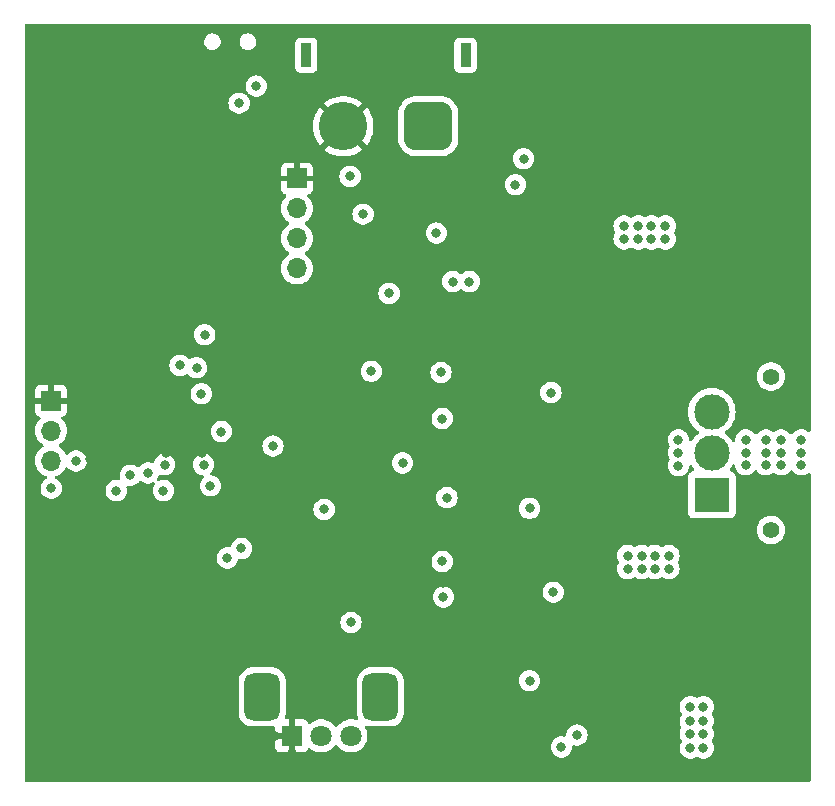
<source format=gbr>
%TF.GenerationSoftware,KiCad,Pcbnew,7.0.7*%
%TF.CreationDate,2024-09-12T14:34:45-05:00*%
%TF.ProjectId,ESC,4553432e-6b69-4636-9164-5f7063625858,rev?*%
%TF.SameCoordinates,Original*%
%TF.FileFunction,Copper,L2,Inr*%
%TF.FilePolarity,Positive*%
%FSLAX46Y46*%
G04 Gerber Fmt 4.6, Leading zero omitted, Abs format (unit mm)*
G04 Created by KiCad (PCBNEW 7.0.7) date 2024-09-12 14:34:45*
%MOMM*%
%LPD*%
G01*
G04 APERTURE LIST*
G04 Aperture macros list*
%AMRoundRect*
0 Rectangle with rounded corners*
0 $1 Rounding radius*
0 $2 $3 $4 $5 $6 $7 $8 $9 X,Y pos of 4 corners*
0 Add a 4 corners polygon primitive as box body*
4,1,4,$2,$3,$4,$5,$6,$7,$8,$9,$2,$3,0*
0 Add four circle primitives for the rounded corners*
1,1,$1+$1,$2,$3*
1,1,$1+$1,$4,$5*
1,1,$1+$1,$6,$7*
1,1,$1+$1,$8,$9*
0 Add four rect primitives between the rounded corners*
20,1,$1+$1,$2,$3,$4,$5,0*
20,1,$1+$1,$4,$5,$6,$7,0*
20,1,$1+$1,$6,$7,$8,$9,0*
20,1,$1+$1,$8,$9,$2,$3,0*%
G04 Aperture macros list end*
%TA.AperFunction,ComponentPad*%
%ADD10R,0.900000X2.000000*%
%TD*%
%TA.AperFunction,ComponentPad*%
%ADD11RoundRect,1.025000X-1.025000X-1.025000X1.025000X-1.025000X1.025000X1.025000X-1.025000X1.025000X0*%
%TD*%
%TA.AperFunction,ComponentPad*%
%ADD12C,4.100000*%
%TD*%
%TA.AperFunction,ComponentPad*%
%ADD13R,1.700000X1.700000*%
%TD*%
%TA.AperFunction,ComponentPad*%
%ADD14O,1.700000X1.700000*%
%TD*%
%TA.AperFunction,ComponentPad*%
%ADD15C,1.400000*%
%TD*%
%TA.AperFunction,ComponentPad*%
%ADD16R,3.000000X3.000000*%
%TD*%
%TA.AperFunction,ComponentPad*%
%ADD17C,3.000000*%
%TD*%
%TA.AperFunction,ComponentPad*%
%ADD18R,1.800000X1.800000*%
%TD*%
%TA.AperFunction,ComponentPad*%
%ADD19C,1.800000*%
%TD*%
%TA.AperFunction,ComponentPad*%
%ADD20RoundRect,0.750000X-0.750000X1.250000X-0.750000X-1.250000X0.750000X-1.250000X0.750000X1.250000X0*%
%TD*%
%TA.AperFunction,ViaPad*%
%ADD21C,0.800000*%
%TD*%
G04 APERTURE END LIST*
D10*
%TO.N,*%
%TO.C,J1*%
X198075600Y-70550800D03*
X211575600Y-70550800D03*
D11*
%TO.N,VCC*%
X208425600Y-76550800D03*
D12*
%TO.N,GND*%
X201225600Y-76550800D03*
%TD*%
D13*
%TO.N,GND*%
%TO.C,J4*%
X197307200Y-80975200D03*
D14*
%TO.N,SWCLK*%
X197307200Y-83515200D03*
%TO.N,SWDIO*%
X197307200Y-86055200D03*
%TO.N,+3.3V*%
X197307200Y-88595200D03*
%TD*%
D15*
%TO.N,*%
%TO.C,J2*%
X237435000Y-97741600D03*
X237435000Y-110741600D03*
D16*
%TO.N,/MosFet TIM_1/TIM1_O3*%
X232435000Y-107741600D03*
D17*
%TO.N,/MosFet TIM_1/TIM1_O1*%
X232435000Y-104241600D03*
%TO.N,/MosFet TIM_1/TIM1_O2*%
X232435000Y-100741600D03*
%TD*%
D18*
%TO.N,GND*%
%TO.C,RV1*%
X196864200Y-128165600D03*
D19*
%TO.N,/ADC1_IN4*%
X199364200Y-128165600D03*
%TO.N,Net-(R9-Pad2)*%
X201864200Y-128165600D03*
D20*
%TO.N,N/C*%
X194364200Y-124865600D03*
X204364200Y-124865600D03*
%TD*%
D13*
%TO.N,GND*%
%TO.C,J5*%
X176479200Y-99786200D03*
D14*
%TO.N,TIM9_CH2_input*%
X176479200Y-102326200D03*
%TO.N,+3.3V*%
X176479200Y-104866200D03*
%TD*%
D21*
%TO.N,+3.3V*%
X202900000Y-84000000D03*
X188800000Y-97000000D03*
X183200000Y-106100000D03*
X189400000Y-105200000D03*
X189972298Y-107000000D03*
X186100000Y-105200000D03*
X203600000Y-97300000D03*
X191400000Y-113100000D03*
X201879200Y-118567200D03*
X186000000Y-107400000D03*
X201800000Y-80800000D03*
X193852800Y-73152000D03*
X182000000Y-107400000D03*
X184700000Y-105900000D03*
X199600000Y-109000000D03*
X192600000Y-112300000D03*
X176500000Y-107200000D03*
X189200000Y-99200000D03*
X187400000Y-96800000D03*
X205100000Y-90700000D03*
X189500000Y-94200000D03*
X178600000Y-104900000D03*
%TO.N,GND*%
X196900800Y-129641600D03*
X200800000Y-100700000D03*
X178700000Y-99800000D03*
X216814400Y-119888000D03*
X221900000Y-115400000D03*
X222900000Y-114400000D03*
X184700000Y-110300000D03*
X214200000Y-108000000D03*
X221600000Y-96600000D03*
X185700000Y-99100000D03*
X222400000Y-86400000D03*
X209092800Y-89814400D03*
X216700000Y-89800000D03*
X220800000Y-114400000D03*
X209702400Y-115214400D03*
X202100000Y-101400000D03*
X182000000Y-109200000D03*
X223400000Y-87500000D03*
X195300000Y-105300000D03*
X183200000Y-110300000D03*
X203600000Y-101400000D03*
X186000000Y-109200000D03*
X179600000Y-102900000D03*
X179700000Y-99000000D03*
X183861201Y-100938799D03*
X223400000Y-86400000D03*
X189382400Y-72948800D03*
X223400000Y-85300000D03*
X188100000Y-111600000D03*
X179800000Y-104700000D03*
X202996800Y-90424000D03*
X220500000Y-96600000D03*
X181000000Y-105900000D03*
X212900000Y-106900000D03*
X224400000Y-77500000D03*
X216408000Y-102616000D03*
X195478400Y-128219200D03*
X198300000Y-113700000D03*
X219400000Y-96600000D03*
X219400000Y-97600000D03*
X222400000Y-85300000D03*
X209499200Y-99568000D03*
X222400000Y-87500000D03*
X186210377Y-104206611D03*
X220500000Y-97600000D03*
X199600000Y-110700000D03*
X191200000Y-94100000D03*
X176500000Y-97900000D03*
X221900000Y-114400000D03*
X216800000Y-128000000D03*
X225500000Y-76500000D03*
X222900000Y-115400000D03*
X220800000Y-115400000D03*
X189289623Y-104206611D03*
X195700000Y-100500000D03*
X218000000Y-129200000D03*
X189700000Y-113000000D03*
X221600000Y-97600000D03*
%TO.N,VCC*%
X210000000Y-108000000D03*
X231700000Y-126900000D03*
X225000000Y-85000000D03*
X209600000Y-101300000D03*
X225300000Y-114000000D03*
X221000000Y-128100000D03*
X226500000Y-112900000D03*
X210500000Y-89700000D03*
X226200000Y-85000000D03*
X231700000Y-129200000D03*
X231700000Y-128000000D03*
X230600000Y-126900000D03*
X227600000Y-114000000D03*
X226200000Y-86100000D03*
X230600000Y-128000000D03*
X230600000Y-125700000D03*
X228500000Y-86100000D03*
X230600000Y-129200000D03*
X209600000Y-113400000D03*
X219700000Y-129100000D03*
X209700000Y-116400000D03*
X228500000Y-85000000D03*
X227300000Y-86100000D03*
X209100000Y-85600000D03*
X225300000Y-112900000D03*
X211900000Y-89700000D03*
X228800000Y-114000000D03*
X227300000Y-85000000D03*
X209500000Y-97400000D03*
X228800000Y-112900000D03*
X231700000Y-125700000D03*
X227600000Y-112900000D03*
X225000000Y-86100000D03*
X226500000Y-114000000D03*
%TO.N,/MosFet TIM_1/TIM1_O1*%
X237000000Y-105200000D03*
X240000000Y-104200000D03*
X235300000Y-104200000D03*
X240000000Y-105200000D03*
X237000000Y-104200000D03*
X240000000Y-103100000D03*
X238300000Y-104200000D03*
X235300000Y-103100000D03*
X237000000Y-103100000D03*
X229600000Y-104200000D03*
X238300000Y-103100000D03*
X229600000Y-105300000D03*
X229600000Y-103100000D03*
X235300000Y-105200000D03*
X238300000Y-105200000D03*
%TO.N,/MosFet TIM_1/TIM1_O2*%
X215800000Y-81500000D03*
X216500000Y-79300000D03*
%TO.N,TIM1_CH1N*%
X206248000Y-105054400D03*
X195275200Y-103632000D03*
%TO.N,Net-(Q3-G)*%
X218800000Y-99100000D03*
X217000000Y-108900000D03*
%TO.N,Net-(Q5-G)*%
X217000000Y-123500000D03*
X219000000Y-116000000D03*
%TO.N,Net-(SW1-B)*%
X192400000Y-74600000D03*
%TO.N,Net-(SW2-B)*%
X190900000Y-102400000D03*
%TD*%
%TA.AperFunction,Conductor*%
%TO.N,GND*%
G36*
X240734539Y-67888985D02*
G01*
X240780294Y-67941789D01*
X240791500Y-67993300D01*
X240791500Y-102318615D01*
X240771815Y-102385654D01*
X240719011Y-102431409D01*
X240649853Y-102441353D01*
X240594615Y-102418933D01*
X240452734Y-102315851D01*
X240452729Y-102315848D01*
X240279807Y-102238857D01*
X240279802Y-102238855D01*
X240134000Y-102207865D01*
X240094646Y-102199500D01*
X239905354Y-102199500D01*
X239872897Y-102206398D01*
X239720197Y-102238855D01*
X239720192Y-102238857D01*
X239547270Y-102315848D01*
X239547265Y-102315851D01*
X239394129Y-102427111D01*
X239267467Y-102567783D01*
X239257387Y-102585243D01*
X239206819Y-102633458D01*
X239138212Y-102646680D01*
X239073347Y-102620712D01*
X239042613Y-102585243D01*
X239039171Y-102579281D01*
X239032533Y-102567784D01*
X238905871Y-102427112D01*
X238887648Y-102413872D01*
X238752734Y-102315851D01*
X238752729Y-102315848D01*
X238579807Y-102238857D01*
X238579802Y-102238855D01*
X238434000Y-102207865D01*
X238394646Y-102199500D01*
X238205354Y-102199500D01*
X238172897Y-102206398D01*
X238020197Y-102238855D01*
X238020192Y-102238857D01*
X237847271Y-102315848D01*
X237722885Y-102406219D01*
X237657078Y-102429698D01*
X237589024Y-102413872D01*
X237577115Y-102406219D01*
X237466977Y-102326200D01*
X237452730Y-102315849D01*
X237452728Y-102315848D01*
X237452729Y-102315848D01*
X237279807Y-102238857D01*
X237279802Y-102238855D01*
X237134000Y-102207865D01*
X237094646Y-102199500D01*
X236905354Y-102199500D01*
X236872897Y-102206398D01*
X236720197Y-102238855D01*
X236720192Y-102238857D01*
X236547270Y-102315848D01*
X236547265Y-102315851D01*
X236394129Y-102427111D01*
X236267467Y-102567783D01*
X236257387Y-102585243D01*
X236206819Y-102633458D01*
X236138212Y-102646680D01*
X236073347Y-102620712D01*
X236042613Y-102585243D01*
X236039171Y-102579281D01*
X236032533Y-102567784D01*
X235905871Y-102427112D01*
X235887648Y-102413872D01*
X235752734Y-102315851D01*
X235752729Y-102315848D01*
X235579807Y-102238857D01*
X235579802Y-102238855D01*
X235434001Y-102207865D01*
X235394646Y-102199500D01*
X235205354Y-102199500D01*
X235172897Y-102206398D01*
X235020197Y-102238855D01*
X235020192Y-102238857D01*
X234847270Y-102315848D01*
X234847265Y-102315851D01*
X234694129Y-102427111D01*
X234567466Y-102567785D01*
X234472821Y-102731715D01*
X234472818Y-102731722D01*
X234435086Y-102847851D01*
X234414326Y-102911744D01*
X234409348Y-102959111D01*
X234394540Y-103100000D01*
X234402147Y-103172377D01*
X234389577Y-103241107D01*
X234341845Y-103292130D01*
X234274105Y-103309248D01*
X234207863Y-103287025D01*
X234169994Y-103244765D01*
X234122229Y-103157290D01*
X234122224Y-103157282D01*
X233950745Y-102928212D01*
X233950729Y-102928194D01*
X233748405Y-102725870D01*
X233748387Y-102725854D01*
X233568064Y-102590867D01*
X233526192Y-102534934D01*
X233521208Y-102465242D01*
X233554693Y-102403919D01*
X233568064Y-102392333D01*
X233748387Y-102257345D01*
X233748387Y-102257344D01*
X233748395Y-102257339D01*
X233950739Y-102054995D01*
X234122226Y-101825915D01*
X234259367Y-101574761D01*
X234359369Y-101306646D01*
X234420196Y-101027028D01*
X234438737Y-100767784D01*
X234440610Y-100741601D01*
X234440610Y-100741598D01*
X234424464Y-100515848D01*
X234420196Y-100456172D01*
X234416429Y-100438857D01*
X234359371Y-100176562D01*
X234359370Y-100176560D01*
X234359369Y-100176554D01*
X234259367Y-99908439D01*
X234185350Y-99772888D01*
X234122229Y-99657290D01*
X234122224Y-99657282D01*
X233950745Y-99428212D01*
X233950729Y-99428194D01*
X233748405Y-99225870D01*
X233748387Y-99225854D01*
X233519317Y-99054375D01*
X233519309Y-99054370D01*
X233268166Y-98917235D01*
X233268167Y-98917235D01*
X233160914Y-98877232D01*
X233000046Y-98817231D01*
X233000043Y-98817230D01*
X233000037Y-98817228D01*
X232720433Y-98756404D01*
X232435001Y-98735990D01*
X232434999Y-98735990D01*
X232149566Y-98756404D01*
X231869962Y-98817228D01*
X231601833Y-98917235D01*
X231350690Y-99054370D01*
X231350682Y-99054375D01*
X231121612Y-99225854D01*
X231121594Y-99225870D01*
X230919270Y-99428194D01*
X230919254Y-99428212D01*
X230747775Y-99657282D01*
X230747770Y-99657290D01*
X230610635Y-99908433D01*
X230510628Y-100176562D01*
X230449804Y-100456166D01*
X230429390Y-100741598D01*
X230429390Y-100741601D01*
X230449804Y-101027033D01*
X230510628Y-101306637D01*
X230510630Y-101306643D01*
X230510631Y-101306646D01*
X230610633Y-101574761D01*
X230610635Y-101574766D01*
X230747770Y-101825909D01*
X230747775Y-101825917D01*
X230919254Y-102054987D01*
X230919270Y-102055005D01*
X231121594Y-102257329D01*
X231121612Y-102257345D01*
X231301935Y-102392333D01*
X231343807Y-102448267D01*
X231348791Y-102517958D01*
X231315306Y-102579281D01*
X231301935Y-102590867D01*
X231121612Y-102725854D01*
X231121594Y-102725870D01*
X230919270Y-102928194D01*
X230919254Y-102928212D01*
X230747775Y-103157282D01*
X230747774Y-103157285D01*
X230737155Y-103176731D01*
X230687748Y-103226135D01*
X230619474Y-103240985D01*
X230554011Y-103216566D01*
X230512141Y-103160631D01*
X230505004Y-103104335D01*
X230505460Y-103100000D01*
X230485674Y-102911744D01*
X230427179Y-102731716D01*
X230332533Y-102567784D01*
X230205871Y-102427112D01*
X230187648Y-102413872D01*
X230052734Y-102315851D01*
X230052729Y-102315848D01*
X229879807Y-102238857D01*
X229879802Y-102238855D01*
X229734000Y-102207865D01*
X229694646Y-102199500D01*
X229505354Y-102199500D01*
X229472897Y-102206398D01*
X229320197Y-102238855D01*
X229320192Y-102238857D01*
X229147270Y-102315848D01*
X229147265Y-102315851D01*
X228994129Y-102427111D01*
X228867466Y-102567785D01*
X228772821Y-102731715D01*
X228772818Y-102731722D01*
X228735086Y-102847851D01*
X228714326Y-102911744D01*
X228709348Y-102959111D01*
X228694563Y-103099785D01*
X228694540Y-103100000D01*
X228714326Y-103288256D01*
X228714327Y-103288259D01*
X228772818Y-103468277D01*
X228772821Y-103468284D01*
X228807499Y-103528349D01*
X228841939Y-103588000D01*
X228858412Y-103655900D01*
X228841939Y-103712000D01*
X228772821Y-103831715D01*
X228772818Y-103831722D01*
X228714327Y-104011740D01*
X228714326Y-104011744D01*
X228694540Y-104200000D01*
X228714326Y-104388256D01*
X228714327Y-104388259D01*
X228772818Y-104568277D01*
X228772821Y-104568284D01*
X228841939Y-104688000D01*
X228858412Y-104755899D01*
X228841940Y-104811998D01*
X228772820Y-104931718D01*
X228772818Y-104931722D01*
X228714327Y-105111740D01*
X228714326Y-105111744D01*
X228694540Y-105300000D01*
X228714326Y-105488256D01*
X228714327Y-105488259D01*
X228772818Y-105668277D01*
X228772821Y-105668284D01*
X228867467Y-105832216D01*
X228987226Y-105965221D01*
X228994129Y-105972888D01*
X229147265Y-106084148D01*
X229147270Y-106084151D01*
X229320192Y-106161142D01*
X229320197Y-106161144D01*
X229505354Y-106200500D01*
X229505355Y-106200500D01*
X229694644Y-106200500D01*
X229694646Y-106200500D01*
X229879803Y-106161144D01*
X230052730Y-106084151D01*
X230205871Y-105972888D01*
X230273700Y-105897555D01*
X230333184Y-105860909D01*
X230403041Y-105862238D01*
X230430777Y-105880818D01*
X230394232Y-105844273D01*
X230379380Y-105776001D01*
X230395676Y-105722848D01*
X230427179Y-105668284D01*
X230485674Y-105488256D01*
X230500720Y-105345090D01*
X230527304Y-105280478D01*
X230584602Y-105240493D01*
X230654421Y-105237833D01*
X230714594Y-105273342D01*
X230732873Y-105298627D01*
X230747770Y-105325909D01*
X230747775Y-105325917D01*
X230915309Y-105549717D01*
X230939726Y-105615181D01*
X230924874Y-105683454D01*
X230875469Y-105732859D01*
X230835021Y-105745525D01*
X230835068Y-105745724D01*
X230832299Y-105746378D01*
X230829305Y-105747316D01*
X230827518Y-105747508D01*
X230692671Y-105797802D01*
X230692669Y-105797804D01*
X230577375Y-105884113D01*
X230511911Y-105908530D01*
X230453022Y-105895720D01*
X230461089Y-105901124D01*
X230488899Y-105965221D01*
X230482030Y-106023861D01*
X230440909Y-106134114D01*
X230440908Y-106134116D01*
X230434501Y-106193716D01*
X230434501Y-106193723D01*
X230434500Y-106193735D01*
X230434500Y-109289470D01*
X230434501Y-109289476D01*
X230440908Y-109349083D01*
X230491202Y-109483928D01*
X230491206Y-109483935D01*
X230577452Y-109599144D01*
X230577455Y-109599147D01*
X230692664Y-109685393D01*
X230692671Y-109685397D01*
X230827517Y-109735691D01*
X230827516Y-109735691D01*
X230834444Y-109736435D01*
X230887127Y-109742100D01*
X233982872Y-109742099D01*
X234042483Y-109735691D01*
X234177331Y-109685396D01*
X234292546Y-109599146D01*
X234378796Y-109483931D01*
X234429091Y-109349083D01*
X234435500Y-109289473D01*
X234435499Y-106193728D01*
X234429735Y-106140106D01*
X234429091Y-106134116D01*
X234378797Y-105999271D01*
X234378793Y-105999264D01*
X234292547Y-105884055D01*
X234292544Y-105884052D01*
X234177335Y-105797806D01*
X234177328Y-105797802D01*
X234042482Y-105747508D01*
X234042484Y-105747508D01*
X234040699Y-105747317D01*
X234039407Y-105746782D01*
X234034938Y-105745726D01*
X234035109Y-105745001D01*
X233976148Y-105720578D01*
X233936301Y-105663185D01*
X233933808Y-105593360D01*
X233954687Y-105549720D01*
X234122226Y-105325915D01*
X234171097Y-105236413D01*
X234220503Y-105187008D01*
X234288776Y-105172156D01*
X234354240Y-105196573D01*
X234396112Y-105252506D01*
X234403250Y-105282874D01*
X234414326Y-105388256D01*
X234414327Y-105388259D01*
X234472818Y-105568277D01*
X234472821Y-105568284D01*
X234567467Y-105732216D01*
X234649999Y-105823877D01*
X234694129Y-105872888D01*
X234847265Y-105984148D01*
X234847270Y-105984151D01*
X235020192Y-106061142D01*
X235020197Y-106061144D01*
X235205354Y-106100500D01*
X235205355Y-106100500D01*
X235394644Y-106100500D01*
X235394646Y-106100500D01*
X235579803Y-106061144D01*
X235752730Y-105984151D01*
X235905871Y-105872888D01*
X236032533Y-105732216D01*
X236042612Y-105714757D01*
X236093174Y-105666544D01*
X236161781Y-105653318D01*
X236226647Y-105679283D01*
X236257385Y-105714755D01*
X236267466Y-105732214D01*
X236267465Y-105732214D01*
X236394129Y-105872888D01*
X236547265Y-105984148D01*
X236547270Y-105984151D01*
X236720192Y-106061142D01*
X236720197Y-106061144D01*
X236905354Y-106100500D01*
X236905355Y-106100500D01*
X237094644Y-106100500D01*
X237094646Y-106100500D01*
X237279803Y-106061144D01*
X237452730Y-105984151D01*
X237577117Y-105893778D01*
X237642919Y-105870300D01*
X237710973Y-105886125D01*
X237722884Y-105893780D01*
X237847265Y-105984148D01*
X237847270Y-105984151D01*
X238020192Y-106061142D01*
X238020197Y-106061144D01*
X238205354Y-106100500D01*
X238205355Y-106100500D01*
X238394644Y-106100500D01*
X238394646Y-106100500D01*
X238579803Y-106061144D01*
X238752730Y-105984151D01*
X238905871Y-105872888D01*
X239032533Y-105732216D01*
X239042612Y-105714757D01*
X239093179Y-105666542D01*
X239161786Y-105653318D01*
X239226651Y-105679286D01*
X239257386Y-105714756D01*
X239260748Y-105720578D01*
X239267467Y-105732216D01*
X239394129Y-105872888D01*
X239547265Y-105984148D01*
X239547270Y-105984151D01*
X239720192Y-106061142D01*
X239720197Y-106061144D01*
X239905354Y-106100500D01*
X239905355Y-106100500D01*
X240094644Y-106100500D01*
X240094646Y-106100500D01*
X240279803Y-106061144D01*
X240452730Y-105984151D01*
X240594614Y-105881066D01*
X240660421Y-105857586D01*
X240728475Y-105873411D01*
X240777170Y-105923517D01*
X240791500Y-105981384D01*
X240791500Y-131955500D01*
X240771815Y-132022539D01*
X240719011Y-132068294D01*
X240667500Y-132079500D01*
X174368500Y-132079500D01*
X174301461Y-132059815D01*
X174255706Y-132007011D01*
X174244500Y-131955500D01*
X174244500Y-123551381D01*
X192363700Y-123551381D01*
X192363701Y-126179818D01*
X192374104Y-126312013D01*
X192374105Y-126312020D01*
X192429102Y-126530278D01*
X192429103Y-126530281D01*
X192522191Y-126735222D01*
X192522197Y-126735232D01*
X192650374Y-126920245D01*
X192650378Y-126920250D01*
X192650381Y-126920254D01*
X192809546Y-127079419D01*
X192809550Y-127079422D01*
X192809554Y-127079425D01*
X192884986Y-127131684D01*
X192994574Y-127207607D01*
X193199517Y-127300696D01*
X193199521Y-127300697D01*
X193417779Y-127355694D01*
X193417781Y-127355694D01*
X193417788Y-127355696D01*
X193529172Y-127364462D01*
X193549981Y-127366100D01*
X193549982Y-127366099D01*
X193549983Y-127366100D01*
X194363392Y-127366099D01*
X195178418Y-127366099D01*
X195210375Y-127363584D01*
X195310612Y-127355696D01*
X195310615Y-127355695D01*
X195310618Y-127355695D01*
X195315768Y-127354850D01*
X195315975Y-127356114D01*
X195379703Y-127358576D01*
X195436978Y-127398592D01*
X195463528Y-127463221D01*
X195464200Y-127476116D01*
X195464200Y-127915600D01*
X196250853Y-127915600D01*
X196317892Y-127935285D01*
X196363647Y-127988089D01*
X196373591Y-128057247D01*
X196369831Y-128074533D01*
X196364200Y-128093711D01*
X196364200Y-128237489D01*
X196364602Y-128238857D01*
X196369831Y-128256667D01*
X196369830Y-128326536D01*
X196332055Y-128385314D01*
X196268499Y-128414338D01*
X196250853Y-128415600D01*
X195464200Y-128415600D01*
X195464200Y-129113444D01*
X195470601Y-129172972D01*
X195470603Y-129172979D01*
X195520845Y-129307686D01*
X195520849Y-129307693D01*
X195607009Y-129422787D01*
X195607012Y-129422790D01*
X195722106Y-129508950D01*
X195722113Y-129508954D01*
X195856820Y-129559196D01*
X195856827Y-129559198D01*
X195916355Y-129565599D01*
X195916372Y-129565600D01*
X196614200Y-129565600D01*
X196614200Y-128777901D01*
X196633885Y-128710862D01*
X196686689Y-128665107D01*
X196755847Y-128655163D01*
X196828437Y-128665600D01*
X196828438Y-128665600D01*
X196899962Y-128665600D01*
X196899963Y-128665600D01*
X196972553Y-128655163D01*
X197041712Y-128665107D01*
X197094515Y-128710862D01*
X197114200Y-128777901D01*
X197114200Y-129565600D01*
X197812028Y-129565600D01*
X197812044Y-129565599D01*
X197871572Y-129559198D01*
X197871579Y-129559196D01*
X198006286Y-129508954D01*
X198006293Y-129508950D01*
X198121387Y-129422790D01*
X198121390Y-129422787D01*
X198207550Y-129307693D01*
X198207553Y-129307688D01*
X198225878Y-129258555D01*
X198267749Y-129202620D01*
X198333213Y-129178202D01*
X198401486Y-129193053D01*
X198418223Y-129204033D01*
X198595565Y-129342064D01*
X198595571Y-129342068D01*
X198595574Y-129342070D01*
X198799697Y-129452536D01*
X198913687Y-129491668D01*
X199019215Y-129527897D01*
X199019217Y-129527897D01*
X199019219Y-129527898D01*
X199248151Y-129566100D01*
X199248152Y-129566100D01*
X199480248Y-129566100D01*
X199480249Y-129566100D01*
X199709181Y-129527898D01*
X199928703Y-129452536D01*
X200132826Y-129342070D01*
X200315984Y-129199513D01*
X200473179Y-129028753D01*
X200510390Y-128971796D01*
X200563537Y-128926439D01*
X200632769Y-128917015D01*
X200696104Y-128946517D01*
X200718009Y-128971796D01*
X200755216Y-129028747D01*
X200755219Y-129028751D01*
X200755221Y-129028753D01*
X200912416Y-129199513D01*
X200912419Y-129199515D01*
X200912422Y-129199518D01*
X201095565Y-129342064D01*
X201095571Y-129342068D01*
X201095574Y-129342070D01*
X201299697Y-129452536D01*
X201413687Y-129491668D01*
X201519215Y-129527897D01*
X201519217Y-129527897D01*
X201519219Y-129527898D01*
X201748151Y-129566100D01*
X201748152Y-129566100D01*
X201980248Y-129566100D01*
X201980249Y-129566100D01*
X202209181Y-129527898D01*
X202428703Y-129452536D01*
X202632826Y-129342070D01*
X202815984Y-129199513D01*
X202907592Y-129100000D01*
X218794540Y-129100000D01*
X218814326Y-129288256D01*
X218814327Y-129288259D01*
X218872818Y-129468277D01*
X218872821Y-129468284D01*
X218967467Y-129632216D01*
X219057506Y-129732214D01*
X219094129Y-129772888D01*
X219247265Y-129884148D01*
X219247270Y-129884151D01*
X219420192Y-129961142D01*
X219420197Y-129961144D01*
X219605354Y-130000500D01*
X219605355Y-130000500D01*
X219794644Y-130000500D01*
X219794646Y-130000500D01*
X219979803Y-129961144D01*
X220152730Y-129884151D01*
X220305871Y-129772888D01*
X220432533Y-129632216D01*
X220527179Y-129468284D01*
X220585674Y-129288256D01*
X220594950Y-129200000D01*
X229694540Y-129200000D01*
X229714326Y-129388256D01*
X229714327Y-129388259D01*
X229772818Y-129568277D01*
X229772821Y-129568284D01*
X229867467Y-129732216D01*
X229994129Y-129872888D01*
X230147265Y-129984148D01*
X230147270Y-129984151D01*
X230320192Y-130061142D01*
X230320197Y-130061144D01*
X230505354Y-130100500D01*
X230505355Y-130100500D01*
X230694644Y-130100500D01*
X230694646Y-130100500D01*
X230879803Y-130061144D01*
X231052730Y-129984151D01*
X231077114Y-129966434D01*
X231142919Y-129942954D01*
X231210973Y-129958778D01*
X231222879Y-129966429D01*
X231247266Y-129984148D01*
X231247269Y-129984150D01*
X231247270Y-129984151D01*
X231420192Y-130061142D01*
X231420197Y-130061144D01*
X231605354Y-130100500D01*
X231605355Y-130100500D01*
X231794644Y-130100500D01*
X231794646Y-130100500D01*
X231979803Y-130061144D01*
X232152730Y-129984151D01*
X232305871Y-129872888D01*
X232432533Y-129732216D01*
X232527179Y-129568284D01*
X232585674Y-129388256D01*
X232605460Y-129200000D01*
X232585674Y-129011744D01*
X232527179Y-128831716D01*
X232432533Y-128667784D01*
X232429284Y-128662156D01*
X232431929Y-128660628D01*
X232412779Y-128607421D01*
X232428417Y-128539323D01*
X232429344Y-128537879D01*
X232429284Y-128537844D01*
X232469448Y-128468277D01*
X232527179Y-128368284D01*
X232585674Y-128188256D01*
X232605460Y-128000000D01*
X232585674Y-127811744D01*
X232527179Y-127631716D01*
X232458060Y-127511999D01*
X232441588Y-127444100D01*
X232458061Y-127388000D01*
X232470705Y-127366100D01*
X232527179Y-127268284D01*
X232585674Y-127088256D01*
X232605460Y-126900000D01*
X232585674Y-126711744D01*
X232527179Y-126531716D01*
X232432533Y-126367784D01*
X232429284Y-126362156D01*
X232431929Y-126360628D01*
X232412779Y-126307421D01*
X232428417Y-126239323D01*
X232429344Y-126237879D01*
X232429284Y-126237844D01*
X232462785Y-126179818D01*
X232527179Y-126068284D01*
X232585674Y-125888256D01*
X232605460Y-125700000D01*
X232585674Y-125511744D01*
X232527179Y-125331716D01*
X232432533Y-125167784D01*
X232305871Y-125027112D01*
X232305870Y-125027111D01*
X232152734Y-124915851D01*
X232152729Y-124915848D01*
X231979807Y-124838857D01*
X231979802Y-124838855D01*
X231834000Y-124807865D01*
X231794646Y-124799500D01*
X231605354Y-124799500D01*
X231572897Y-124806398D01*
X231420197Y-124838855D01*
X231420192Y-124838857D01*
X231247270Y-124915848D01*
X231247265Y-124915851D01*
X231222885Y-124933565D01*
X231157079Y-124957045D01*
X231089025Y-124941219D01*
X231077115Y-124933565D01*
X231052734Y-124915851D01*
X231052729Y-124915848D01*
X230879807Y-124838857D01*
X230879802Y-124838855D01*
X230734000Y-124807865D01*
X230694646Y-124799500D01*
X230505354Y-124799500D01*
X230472897Y-124806398D01*
X230320197Y-124838855D01*
X230320192Y-124838857D01*
X230147270Y-124915848D01*
X230147265Y-124915851D01*
X229994129Y-125027111D01*
X229867466Y-125167785D01*
X229772821Y-125331715D01*
X229772818Y-125331722D01*
X229714327Y-125511740D01*
X229714326Y-125511744D01*
X229694540Y-125700000D01*
X229714326Y-125888256D01*
X229714327Y-125888259D01*
X229772818Y-126068277D01*
X229772821Y-126068284D01*
X229870716Y-126237844D01*
X229868150Y-126239325D01*
X229887250Y-126293098D01*
X229871327Y-126361129D01*
X229870680Y-126362135D01*
X229870716Y-126362156D01*
X229772821Y-126531715D01*
X229772818Y-126531722D01*
X229720380Y-126693111D01*
X229714326Y-126711744D01*
X229694540Y-126900000D01*
X229714326Y-127088256D01*
X229714327Y-127088259D01*
X229772818Y-127268277D01*
X229772821Y-127268284D01*
X229841939Y-127388000D01*
X229858412Y-127455900D01*
X229841939Y-127512000D01*
X229772821Y-127631715D01*
X229772818Y-127631722D01*
X229714327Y-127811740D01*
X229714326Y-127811744D01*
X229694540Y-128000000D01*
X229714326Y-128188256D01*
X229714327Y-128188259D01*
X229772818Y-128368277D01*
X229772821Y-128368284D01*
X229870716Y-128537844D01*
X229868150Y-128539325D01*
X229887250Y-128593098D01*
X229871327Y-128661129D01*
X229870680Y-128662135D01*
X229870716Y-128662156D01*
X229772821Y-128831715D01*
X229772818Y-128831722D01*
X229727306Y-128971796D01*
X229714326Y-129011744D01*
X229694540Y-129200000D01*
X220594950Y-129200000D01*
X220605460Y-129100000D01*
X220605460Y-129099997D01*
X220605460Y-129093502D01*
X220607448Y-129093502D01*
X220618305Y-129034058D01*
X220666025Y-128983023D01*
X220733761Y-128965889D01*
X220754851Y-128968510D01*
X220770311Y-128971796D01*
X220905354Y-129000500D01*
X220905355Y-129000500D01*
X221094644Y-129000500D01*
X221094646Y-129000500D01*
X221279803Y-128961144D01*
X221452730Y-128884151D01*
X221605871Y-128772888D01*
X221732533Y-128632216D01*
X221827179Y-128468284D01*
X221885674Y-128288256D01*
X221905460Y-128100000D01*
X221885674Y-127911744D01*
X221827179Y-127731716D01*
X221732533Y-127567784D01*
X221605871Y-127427112D01*
X221605870Y-127427111D01*
X221452734Y-127315851D01*
X221452729Y-127315848D01*
X221279807Y-127238857D01*
X221279802Y-127238855D01*
X221132763Y-127207602D01*
X221094646Y-127199500D01*
X220905354Y-127199500D01*
X220872897Y-127206398D01*
X220720197Y-127238855D01*
X220720192Y-127238857D01*
X220547270Y-127315848D01*
X220547265Y-127315851D01*
X220394129Y-127427111D01*
X220267466Y-127567785D01*
X220172821Y-127731715D01*
X220172818Y-127731722D01*
X220139326Y-127834802D01*
X220114326Y-127911744D01*
X220097217Y-128074533D01*
X220094540Y-128100002D01*
X220094540Y-128106498D01*
X220092556Y-128106498D01*
X220081681Y-128165967D01*
X220033949Y-128216991D01*
X219966209Y-128234109D01*
X219945149Y-128231490D01*
X219925500Y-128227313D01*
X219794646Y-128199500D01*
X219605354Y-128199500D01*
X219572897Y-128206398D01*
X219420197Y-128238855D01*
X219420192Y-128238857D01*
X219247270Y-128315848D01*
X219247265Y-128315851D01*
X219094129Y-128427111D01*
X218967466Y-128567785D01*
X218872821Y-128731715D01*
X218872818Y-128731722D01*
X218814327Y-128911740D01*
X218814326Y-128911744D01*
X218794540Y-129100000D01*
X202907592Y-129100000D01*
X202973179Y-129028753D01*
X203100124Y-128834449D01*
X203193357Y-128621900D01*
X203250334Y-128396905D01*
X203250335Y-128396897D01*
X203269500Y-128165606D01*
X203269500Y-128165593D01*
X203250335Y-127934302D01*
X203250333Y-127934291D01*
X203193357Y-127709299D01*
X203100122Y-127496746D01*
X203097684Y-127492241D01*
X203098885Y-127491590D01*
X203080527Y-127430770D01*
X203099704Y-127363584D01*
X203152161Y-127317431D01*
X203221242Y-127306965D01*
X203234819Y-127309591D01*
X203417788Y-127355696D01*
X203529172Y-127364462D01*
X203549981Y-127366100D01*
X203549982Y-127366099D01*
X203549983Y-127366100D01*
X204357632Y-127366099D01*
X205178418Y-127366099D01*
X205197705Y-127364580D01*
X205310612Y-127355696D01*
X205528883Y-127300696D01*
X205733826Y-127207607D01*
X205918854Y-127079419D01*
X206078019Y-126920254D01*
X206206207Y-126735226D01*
X206299296Y-126530283D01*
X206354296Y-126312012D01*
X206364700Y-126179817D01*
X206364699Y-123551384D01*
X206360655Y-123500000D01*
X216094540Y-123500000D01*
X216114326Y-123688256D01*
X216114327Y-123688259D01*
X216172818Y-123868277D01*
X216172821Y-123868284D01*
X216267467Y-124032216D01*
X216394129Y-124172887D01*
X216394129Y-124172888D01*
X216547265Y-124284148D01*
X216547270Y-124284151D01*
X216720192Y-124361142D01*
X216720197Y-124361144D01*
X216905354Y-124400500D01*
X216905355Y-124400500D01*
X217094644Y-124400500D01*
X217094646Y-124400500D01*
X217279803Y-124361144D01*
X217452730Y-124284151D01*
X217605871Y-124172888D01*
X217732533Y-124032216D01*
X217827179Y-123868284D01*
X217885674Y-123688256D01*
X217905460Y-123500000D01*
X217885674Y-123311744D01*
X217827179Y-123131716D01*
X217732533Y-122967784D01*
X217605871Y-122827112D01*
X217605870Y-122827111D01*
X217452734Y-122715851D01*
X217452729Y-122715848D01*
X217279807Y-122638857D01*
X217279802Y-122638855D01*
X217134001Y-122607865D01*
X217094646Y-122599500D01*
X216905354Y-122599500D01*
X216872897Y-122606398D01*
X216720197Y-122638855D01*
X216720192Y-122638857D01*
X216547270Y-122715848D01*
X216547265Y-122715851D01*
X216394129Y-122827111D01*
X216267466Y-122967785D01*
X216172821Y-123131715D01*
X216172818Y-123131722D01*
X216114327Y-123311740D01*
X216114326Y-123311744D01*
X216094540Y-123500000D01*
X206360655Y-123500000D01*
X206354296Y-123419188D01*
X206299296Y-123200917D01*
X206206207Y-122995974D01*
X206089219Y-122827112D01*
X206078025Y-122810954D01*
X206078022Y-122810950D01*
X206078019Y-122810946D01*
X205918854Y-122651781D01*
X205918850Y-122651778D01*
X205918845Y-122651774D01*
X205733832Y-122523597D01*
X205733830Y-122523595D01*
X205733826Y-122523593D01*
X205528883Y-122430504D01*
X205528881Y-122430503D01*
X205528878Y-122430502D01*
X205310620Y-122375505D01*
X205310613Y-122375504D01*
X205178419Y-122365100D01*
X205178417Y-122365100D01*
X204357632Y-122365100D01*
X203549982Y-122365101D01*
X203417786Y-122375504D01*
X203417779Y-122375505D01*
X203199521Y-122430502D01*
X203199518Y-122430503D01*
X202994577Y-122523591D01*
X202994567Y-122523597D01*
X202809554Y-122651774D01*
X202809542Y-122651784D01*
X202650384Y-122810942D01*
X202650374Y-122810954D01*
X202522197Y-122995967D01*
X202522191Y-122995977D01*
X202429103Y-123200918D01*
X202429102Y-123200921D01*
X202374105Y-123419179D01*
X202374104Y-123419186D01*
X202363700Y-123551381D01*
X202363701Y-126179818D01*
X202374104Y-126312013D01*
X202374105Y-126312020D01*
X202429101Y-126530275D01*
X202429103Y-126530279D01*
X202429104Y-126530283D01*
X202429758Y-126531722D01*
X202497649Y-126681190D01*
X202507450Y-126750369D01*
X202478296Y-126813865D01*
X202419440Y-126851519D01*
X202349571Y-126851376D01*
X202344486Y-126849752D01*
X202209184Y-126803302D01*
X202021604Y-126772001D01*
X201980249Y-126765100D01*
X201748151Y-126765100D01*
X201706796Y-126772001D01*
X201519215Y-126803302D01*
X201299704Y-126878661D01*
X201299695Y-126878664D01*
X201095571Y-126989131D01*
X201095565Y-126989135D01*
X200912422Y-127131681D01*
X200912419Y-127131684D01*
X200912416Y-127131686D01*
X200912416Y-127131687D01*
X200786671Y-127268284D01*
X200755215Y-127302454D01*
X200718008Y-127359404D01*
X200664862Y-127404761D01*
X200595630Y-127414184D01*
X200532295Y-127384682D01*
X200510392Y-127359404D01*
X200473184Y-127302454D01*
X200473182Y-127302452D01*
X200473179Y-127302447D01*
X200315984Y-127131687D01*
X200315979Y-127131683D01*
X200315977Y-127131681D01*
X200132834Y-126989135D01*
X200132828Y-126989131D01*
X199928704Y-126878664D01*
X199928695Y-126878661D01*
X199709184Y-126803302D01*
X199521604Y-126772001D01*
X199480249Y-126765100D01*
X199248151Y-126765100D01*
X199206796Y-126772001D01*
X199019215Y-126803302D01*
X198799704Y-126878661D01*
X198799695Y-126878664D01*
X198595572Y-126989131D01*
X198418223Y-127127167D01*
X198353229Y-127152809D01*
X198284689Y-127139242D01*
X198234364Y-127090774D01*
X198225879Y-127072645D01*
X198207555Y-127023515D01*
X198207550Y-127023506D01*
X198121390Y-126908412D01*
X198121387Y-126908409D01*
X198006293Y-126822249D01*
X198006286Y-126822245D01*
X197871579Y-126772003D01*
X197871572Y-126772001D01*
X197812044Y-126765600D01*
X197114200Y-126765600D01*
X197114200Y-127553298D01*
X197094515Y-127620337D01*
X197041711Y-127666092D01*
X196972555Y-127676036D01*
X196899966Y-127665600D01*
X196899963Y-127665600D01*
X196828437Y-127665600D01*
X196828433Y-127665600D01*
X196755845Y-127676036D01*
X196686687Y-127666092D01*
X196633884Y-127620336D01*
X196614200Y-127553298D01*
X196614200Y-126765600D01*
X196384926Y-126765600D01*
X196317887Y-126745915D01*
X196272132Y-126693111D01*
X196262188Y-126623953D01*
X196272026Y-126590320D01*
X196298642Y-126531722D01*
X196299296Y-126530283D01*
X196299296Y-126530279D01*
X196299298Y-126530277D01*
X196354294Y-126312020D01*
X196354294Y-126312019D01*
X196354296Y-126312012D01*
X196364700Y-126179817D01*
X196364699Y-123551384D01*
X196354296Y-123419188D01*
X196299296Y-123200917D01*
X196206207Y-122995974D01*
X196089219Y-122827112D01*
X196078025Y-122810954D01*
X196078022Y-122810950D01*
X196078019Y-122810946D01*
X195918854Y-122651781D01*
X195918850Y-122651778D01*
X195918845Y-122651774D01*
X195733832Y-122523597D01*
X195733830Y-122523595D01*
X195733826Y-122523593D01*
X195528883Y-122430504D01*
X195528881Y-122430503D01*
X195528878Y-122430502D01*
X195310620Y-122375505D01*
X195310613Y-122375504D01*
X195178419Y-122365100D01*
X195178417Y-122365100D01*
X194363392Y-122365100D01*
X193549982Y-122365101D01*
X193417786Y-122375504D01*
X193417779Y-122375505D01*
X193199521Y-122430502D01*
X193199518Y-122430503D01*
X192994577Y-122523591D01*
X192994567Y-122523597D01*
X192809554Y-122651774D01*
X192809542Y-122651784D01*
X192650384Y-122810942D01*
X192650374Y-122810954D01*
X192522197Y-122995967D01*
X192522191Y-122995977D01*
X192429103Y-123200918D01*
X192429102Y-123200921D01*
X192374105Y-123419179D01*
X192374104Y-123419186D01*
X192363700Y-123551381D01*
X174244500Y-123551381D01*
X174244500Y-118567200D01*
X200973740Y-118567200D01*
X200993526Y-118755456D01*
X200993527Y-118755459D01*
X201052018Y-118935477D01*
X201052021Y-118935484D01*
X201146667Y-119099416D01*
X201273328Y-119240087D01*
X201273329Y-119240088D01*
X201426465Y-119351348D01*
X201426470Y-119351351D01*
X201599392Y-119428342D01*
X201599397Y-119428344D01*
X201784554Y-119467700D01*
X201784555Y-119467700D01*
X201973844Y-119467700D01*
X201973846Y-119467700D01*
X202159003Y-119428344D01*
X202331930Y-119351351D01*
X202485071Y-119240088D01*
X202611733Y-119099416D01*
X202706379Y-118935484D01*
X202764874Y-118755456D01*
X202784660Y-118567200D01*
X202764874Y-118378944D01*
X202706379Y-118198916D01*
X202611733Y-118034984D01*
X202485071Y-117894312D01*
X202485070Y-117894311D01*
X202331934Y-117783051D01*
X202331929Y-117783048D01*
X202159007Y-117706057D01*
X202159002Y-117706055D01*
X202013201Y-117675065D01*
X201973846Y-117666700D01*
X201784554Y-117666700D01*
X201752097Y-117673598D01*
X201599397Y-117706055D01*
X201599392Y-117706057D01*
X201426470Y-117783048D01*
X201426465Y-117783051D01*
X201273329Y-117894311D01*
X201146666Y-118034985D01*
X201052021Y-118198915D01*
X201052018Y-118198922D01*
X200993527Y-118378940D01*
X200993526Y-118378944D01*
X200973740Y-118567200D01*
X174244500Y-118567200D01*
X174244500Y-116400000D01*
X208794540Y-116400000D01*
X208814326Y-116588256D01*
X208814327Y-116588259D01*
X208872818Y-116768277D01*
X208872821Y-116768284D01*
X208967467Y-116932216D01*
X209094128Y-117072888D01*
X209094129Y-117072888D01*
X209247265Y-117184148D01*
X209247270Y-117184151D01*
X209420192Y-117261142D01*
X209420197Y-117261144D01*
X209605354Y-117300500D01*
X209605355Y-117300500D01*
X209794644Y-117300500D01*
X209794646Y-117300500D01*
X209979803Y-117261144D01*
X210152730Y-117184151D01*
X210305871Y-117072888D01*
X210432533Y-116932216D01*
X210527179Y-116768284D01*
X210585674Y-116588256D01*
X210605460Y-116400000D01*
X210585674Y-116211744D01*
X210527179Y-116031716D01*
X210508868Y-116000000D01*
X218094540Y-116000000D01*
X218114326Y-116188256D01*
X218114327Y-116188259D01*
X218172818Y-116368277D01*
X218172821Y-116368284D01*
X218267467Y-116532216D01*
X218394129Y-116672888D01*
X218547265Y-116784148D01*
X218547270Y-116784151D01*
X218720192Y-116861142D01*
X218720197Y-116861144D01*
X218905354Y-116900500D01*
X218905355Y-116900500D01*
X219094644Y-116900500D01*
X219094646Y-116900500D01*
X219279803Y-116861144D01*
X219452730Y-116784151D01*
X219605871Y-116672888D01*
X219732533Y-116532216D01*
X219827179Y-116368284D01*
X219885674Y-116188256D01*
X219905460Y-116000000D01*
X219885674Y-115811744D01*
X219827179Y-115631716D01*
X219732533Y-115467784D01*
X219605871Y-115327112D01*
X219605870Y-115327111D01*
X219452734Y-115215851D01*
X219452729Y-115215848D01*
X219279807Y-115138857D01*
X219279802Y-115138855D01*
X219134000Y-115107865D01*
X219094646Y-115099500D01*
X218905354Y-115099500D01*
X218872897Y-115106398D01*
X218720197Y-115138855D01*
X218720192Y-115138857D01*
X218547270Y-115215848D01*
X218547265Y-115215851D01*
X218394129Y-115327111D01*
X218267466Y-115467785D01*
X218172821Y-115631715D01*
X218172818Y-115631722D01*
X218114327Y-115811740D01*
X218114326Y-115811744D01*
X218094540Y-116000000D01*
X210508868Y-116000000D01*
X210432533Y-115867784D01*
X210305871Y-115727112D01*
X210305870Y-115727111D01*
X210152734Y-115615851D01*
X210152729Y-115615848D01*
X209979807Y-115538857D01*
X209979802Y-115538855D01*
X209834001Y-115507865D01*
X209794646Y-115499500D01*
X209605354Y-115499500D01*
X209572897Y-115506398D01*
X209420197Y-115538855D01*
X209420192Y-115538857D01*
X209247270Y-115615848D01*
X209247265Y-115615851D01*
X209094129Y-115727111D01*
X208967466Y-115867785D01*
X208872821Y-116031715D01*
X208872818Y-116031722D01*
X208814327Y-116211740D01*
X208814326Y-116211744D01*
X208794540Y-116400000D01*
X174244500Y-116400000D01*
X174244500Y-113100000D01*
X190494540Y-113100000D01*
X190514326Y-113288256D01*
X190514327Y-113288259D01*
X190572818Y-113468277D01*
X190572821Y-113468284D01*
X190667467Y-113632216D01*
X190789977Y-113768277D01*
X190794129Y-113772888D01*
X190947265Y-113884148D01*
X190947270Y-113884151D01*
X191120192Y-113961142D01*
X191120197Y-113961144D01*
X191305354Y-114000500D01*
X191305355Y-114000500D01*
X191494644Y-114000500D01*
X191494646Y-114000500D01*
X191679803Y-113961144D01*
X191852730Y-113884151D01*
X192005871Y-113772888D01*
X192132533Y-113632216D01*
X192227179Y-113468284D01*
X192249366Y-113400000D01*
X208694540Y-113400000D01*
X208714326Y-113588256D01*
X208714327Y-113588259D01*
X208772818Y-113768277D01*
X208772821Y-113768284D01*
X208867467Y-113932216D01*
X208994129Y-114072888D01*
X209147265Y-114184148D01*
X209147270Y-114184151D01*
X209320192Y-114261142D01*
X209320197Y-114261144D01*
X209505354Y-114300500D01*
X209505355Y-114300500D01*
X209694644Y-114300500D01*
X209694646Y-114300500D01*
X209879803Y-114261144D01*
X210052730Y-114184151D01*
X210205871Y-114072888D01*
X210271500Y-114000000D01*
X224394540Y-114000000D01*
X224414326Y-114188256D01*
X224414327Y-114188259D01*
X224472818Y-114368277D01*
X224472821Y-114368284D01*
X224567467Y-114532216D01*
X224694128Y-114672888D01*
X224694129Y-114672888D01*
X224847265Y-114784148D01*
X224847270Y-114784151D01*
X225020192Y-114861142D01*
X225020197Y-114861144D01*
X225205354Y-114900500D01*
X225205355Y-114900500D01*
X225394644Y-114900500D01*
X225394646Y-114900500D01*
X225579803Y-114861144D01*
X225752730Y-114784151D01*
X225827116Y-114730106D01*
X225892920Y-114706627D01*
X225960974Y-114722452D01*
X225972876Y-114730100D01*
X226022886Y-114766435D01*
X226047270Y-114784151D01*
X226220192Y-114861142D01*
X226220197Y-114861144D01*
X226405354Y-114900500D01*
X226405355Y-114900500D01*
X226594644Y-114900500D01*
X226594646Y-114900500D01*
X226779803Y-114861144D01*
X226952730Y-114784151D01*
X226977114Y-114766434D01*
X227042919Y-114742954D01*
X227110973Y-114758778D01*
X227122879Y-114766429D01*
X227147266Y-114784148D01*
X227147269Y-114784150D01*
X227147270Y-114784151D01*
X227320192Y-114861142D01*
X227320197Y-114861144D01*
X227505354Y-114900500D01*
X227505355Y-114900500D01*
X227694644Y-114900500D01*
X227694646Y-114900500D01*
X227879803Y-114861144D01*
X228052730Y-114784151D01*
X228127115Y-114730106D01*
X228192919Y-114706627D01*
X228260973Y-114722452D01*
X228272884Y-114730107D01*
X228347265Y-114784148D01*
X228347270Y-114784151D01*
X228520192Y-114861142D01*
X228520197Y-114861144D01*
X228705354Y-114900500D01*
X228705355Y-114900500D01*
X228894644Y-114900500D01*
X228894646Y-114900500D01*
X229079803Y-114861144D01*
X229252730Y-114784151D01*
X229405871Y-114672888D01*
X229532533Y-114532216D01*
X229627179Y-114368284D01*
X229685674Y-114188256D01*
X229705460Y-114000000D01*
X229685674Y-113811744D01*
X229631112Y-113643823D01*
X229627181Y-113631722D01*
X229627180Y-113631721D01*
X229627179Y-113631716D01*
X229558060Y-113511999D01*
X229541588Y-113444100D01*
X229558061Y-113388000D01*
X229615646Y-113288259D01*
X229627179Y-113268284D01*
X229685674Y-113088256D01*
X229705460Y-112900000D01*
X229685674Y-112711744D01*
X229627179Y-112531716D01*
X229532533Y-112367784D01*
X229405871Y-112227112D01*
X229405870Y-112227111D01*
X229252734Y-112115851D01*
X229252729Y-112115848D01*
X229079807Y-112038857D01*
X229079802Y-112038855D01*
X228934000Y-112007865D01*
X228894646Y-111999500D01*
X228705354Y-111999500D01*
X228672897Y-112006398D01*
X228520197Y-112038855D01*
X228520192Y-112038857D01*
X228347270Y-112115848D01*
X228347265Y-112115851D01*
X228272885Y-112169892D01*
X228207079Y-112193372D01*
X228139025Y-112177546D01*
X228127115Y-112169892D01*
X228052734Y-112115851D01*
X228052729Y-112115848D01*
X227879807Y-112038857D01*
X227879802Y-112038855D01*
X227734001Y-112007865D01*
X227694646Y-111999500D01*
X227505354Y-111999500D01*
X227472897Y-112006398D01*
X227320197Y-112038855D01*
X227320192Y-112038857D01*
X227147270Y-112115848D01*
X227147265Y-112115851D01*
X227122885Y-112133565D01*
X227057079Y-112157045D01*
X226989025Y-112141219D01*
X226977115Y-112133565D01*
X226952734Y-112115851D01*
X226952729Y-112115848D01*
X226779807Y-112038857D01*
X226779802Y-112038855D01*
X226634001Y-112007865D01*
X226594646Y-111999500D01*
X226405354Y-111999500D01*
X226372897Y-112006398D01*
X226220197Y-112038855D01*
X226220192Y-112038857D01*
X226047270Y-112115848D01*
X226047265Y-112115851D01*
X225972885Y-112169892D01*
X225907079Y-112193372D01*
X225839025Y-112177546D01*
X225827115Y-112169892D01*
X225752734Y-112115851D01*
X225752729Y-112115848D01*
X225579807Y-112038857D01*
X225579802Y-112038855D01*
X225434000Y-112007865D01*
X225394646Y-111999500D01*
X225205354Y-111999500D01*
X225172897Y-112006398D01*
X225020197Y-112038855D01*
X225020192Y-112038857D01*
X224847270Y-112115848D01*
X224847265Y-112115851D01*
X224694129Y-112227111D01*
X224567466Y-112367785D01*
X224472821Y-112531715D01*
X224472818Y-112531722D01*
X224428449Y-112668277D01*
X224414326Y-112711744D01*
X224394540Y-112900000D01*
X224414326Y-113088256D01*
X224414327Y-113088259D01*
X224472818Y-113268277D01*
X224472821Y-113268284D01*
X224541939Y-113388000D01*
X224558412Y-113455900D01*
X224541939Y-113512000D01*
X224472821Y-113631715D01*
X224472818Y-113631722D01*
X224428449Y-113768277D01*
X224414326Y-113811744D01*
X224394540Y-114000000D01*
X210271500Y-114000000D01*
X210332533Y-113932216D01*
X210427179Y-113768284D01*
X210485674Y-113588256D01*
X210505460Y-113400000D01*
X210485674Y-113211744D01*
X210427179Y-113031716D01*
X210332533Y-112867784D01*
X210205871Y-112727112D01*
X210184719Y-112711744D01*
X210052734Y-112615851D01*
X210052729Y-112615848D01*
X209879807Y-112538857D01*
X209879802Y-112538855D01*
X209734000Y-112507865D01*
X209694646Y-112499500D01*
X209505354Y-112499500D01*
X209472897Y-112506398D01*
X209320197Y-112538855D01*
X209320192Y-112538857D01*
X209147270Y-112615848D01*
X209147265Y-112615851D01*
X208994129Y-112727111D01*
X208867466Y-112867785D01*
X208772821Y-113031715D01*
X208772818Y-113031722D01*
X208717979Y-113200500D01*
X208714326Y-113211744D01*
X208694540Y-113400000D01*
X192249366Y-113400000D01*
X192285674Y-113288256D01*
X192285674Y-113288254D01*
X192285675Y-113288252D01*
X192287027Y-113281894D01*
X192289737Y-113282470D01*
X192311642Y-113229144D01*
X192368917Y-113189127D01*
X192434201Y-113185376D01*
X192505354Y-113200500D01*
X192505355Y-113200500D01*
X192694644Y-113200500D01*
X192694646Y-113200500D01*
X192879803Y-113161144D01*
X193052730Y-113084151D01*
X193205871Y-112972888D01*
X193332533Y-112832216D01*
X193427179Y-112668284D01*
X193485674Y-112488256D01*
X193505460Y-112300000D01*
X193485674Y-112111744D01*
X193427179Y-111931716D01*
X193332533Y-111767784D01*
X193205871Y-111627112D01*
X193205870Y-111627111D01*
X193052734Y-111515851D01*
X193052729Y-111515848D01*
X192879807Y-111438857D01*
X192879802Y-111438855D01*
X192734001Y-111407865D01*
X192694646Y-111399500D01*
X192505354Y-111399500D01*
X192472897Y-111406398D01*
X192320197Y-111438855D01*
X192320192Y-111438857D01*
X192147270Y-111515848D01*
X192147265Y-111515851D01*
X191994129Y-111627111D01*
X191867466Y-111767785D01*
X191772821Y-111931715D01*
X191772818Y-111931722D01*
X191714327Y-112111739D01*
X191712976Y-112118098D01*
X191710287Y-112117526D01*
X191688282Y-112170949D01*
X191630968Y-112210910D01*
X191565799Y-112214623D01*
X191494646Y-112199500D01*
X191305354Y-112199500D01*
X191272897Y-112206398D01*
X191120197Y-112238855D01*
X191120192Y-112238857D01*
X190947270Y-112315848D01*
X190947265Y-112315851D01*
X190794129Y-112427111D01*
X190667466Y-112567785D01*
X190572821Y-112731715D01*
X190572818Y-112731722D01*
X190528609Y-112867785D01*
X190514326Y-112911744D01*
X190494540Y-113100000D01*
X174244500Y-113100000D01*
X174244500Y-110741600D01*
X236229356Y-110741600D01*
X236249884Y-110963135D01*
X236249885Y-110963137D01*
X236310769Y-111177123D01*
X236310775Y-111177138D01*
X236409938Y-111376283D01*
X236409943Y-111376291D01*
X236544020Y-111553838D01*
X236708437Y-111703723D01*
X236708439Y-111703725D01*
X236897595Y-111820845D01*
X236897596Y-111820845D01*
X236897599Y-111820847D01*
X237105060Y-111901218D01*
X237323757Y-111942100D01*
X237323759Y-111942100D01*
X237546241Y-111942100D01*
X237546243Y-111942100D01*
X237764940Y-111901218D01*
X237972401Y-111820847D01*
X238161562Y-111703724D01*
X238325981Y-111553836D01*
X238460058Y-111376289D01*
X238559229Y-111177128D01*
X238620115Y-110963136D01*
X238640643Y-110741600D01*
X238620115Y-110520064D01*
X238559229Y-110306072D01*
X238559224Y-110306061D01*
X238460061Y-110106916D01*
X238460056Y-110106908D01*
X238325979Y-109929361D01*
X238161562Y-109779476D01*
X238161560Y-109779474D01*
X237972404Y-109662354D01*
X237972398Y-109662352D01*
X237764940Y-109581982D01*
X237546243Y-109541100D01*
X237323757Y-109541100D01*
X237105060Y-109581982D01*
X236973864Y-109632807D01*
X236897601Y-109662352D01*
X236897595Y-109662354D01*
X236708439Y-109779474D01*
X236708437Y-109779476D01*
X236544020Y-109929361D01*
X236409943Y-110106908D01*
X236409938Y-110106916D01*
X236310775Y-110306061D01*
X236310769Y-110306076D01*
X236249885Y-110520062D01*
X236249884Y-110520064D01*
X236229356Y-110741599D01*
X236229356Y-110741600D01*
X174244500Y-110741600D01*
X174244500Y-109000000D01*
X198694540Y-109000000D01*
X198714326Y-109188256D01*
X198714327Y-109188259D01*
X198772818Y-109368277D01*
X198772821Y-109368284D01*
X198867467Y-109532216D01*
X198984642Y-109662352D01*
X198994129Y-109672888D01*
X199147265Y-109784148D01*
X199147270Y-109784151D01*
X199320192Y-109861142D01*
X199320197Y-109861144D01*
X199505354Y-109900500D01*
X199505355Y-109900500D01*
X199694644Y-109900500D01*
X199694646Y-109900500D01*
X199879803Y-109861144D01*
X200052730Y-109784151D01*
X200205871Y-109672888D01*
X200332533Y-109532216D01*
X200427179Y-109368284D01*
X200485674Y-109188256D01*
X200505460Y-109000000D01*
X200485674Y-108811744D01*
X200427179Y-108631716D01*
X200332533Y-108467784D01*
X200205871Y-108327112D01*
X200169243Y-108300500D01*
X200052734Y-108215851D01*
X200052729Y-108215848D01*
X199879807Y-108138857D01*
X199879802Y-108138855D01*
X199734000Y-108107865D01*
X199694646Y-108099500D01*
X199505354Y-108099500D01*
X199472897Y-108106398D01*
X199320197Y-108138855D01*
X199320192Y-108138857D01*
X199147270Y-108215848D01*
X199147265Y-108215851D01*
X198994129Y-108327111D01*
X198867466Y-108467785D01*
X198772821Y-108631715D01*
X198772818Y-108631722D01*
X198714327Y-108811740D01*
X198714326Y-108811744D01*
X198694540Y-109000000D01*
X174244500Y-109000000D01*
X174244500Y-104866200D01*
X175123541Y-104866200D01*
X175144136Y-105101603D01*
X175144138Y-105101613D01*
X175205294Y-105329855D01*
X175205296Y-105329859D01*
X175205297Y-105329863D01*
X175283723Y-105498048D01*
X175305165Y-105544030D01*
X175305167Y-105544034D01*
X175381689Y-105653318D01*
X175440705Y-105737601D01*
X175607799Y-105904695D01*
X175672443Y-105949959D01*
X175801365Y-106040232D01*
X175801367Y-106040233D01*
X175801370Y-106040235D01*
X176015537Y-106140103D01*
X176015542Y-106140104D01*
X176015546Y-106140106D01*
X176083756Y-106158382D01*
X176143417Y-106194746D01*
X176173947Y-106257593D01*
X176165653Y-106326968D01*
X176121168Y-106380847D01*
X176102101Y-106391436D01*
X176047267Y-106415850D01*
X176047265Y-106415851D01*
X175894129Y-106527111D01*
X175767466Y-106667785D01*
X175672821Y-106831715D01*
X175672818Y-106831722D01*
X175617979Y-107000500D01*
X175614326Y-107011744D01*
X175594540Y-107200000D01*
X175614326Y-107388256D01*
X175614327Y-107388259D01*
X175672818Y-107568277D01*
X175672821Y-107568284D01*
X175767467Y-107732216D01*
X175799937Y-107768277D01*
X175894129Y-107872888D01*
X176047265Y-107984148D01*
X176047270Y-107984151D01*
X176220192Y-108061142D01*
X176220197Y-108061144D01*
X176405354Y-108100500D01*
X176405355Y-108100500D01*
X176594644Y-108100500D01*
X176594646Y-108100500D01*
X176779803Y-108061144D01*
X176952730Y-107984151D01*
X177105871Y-107872888D01*
X177232533Y-107732216D01*
X177327179Y-107568284D01*
X177381858Y-107400000D01*
X181094540Y-107400000D01*
X181114326Y-107588256D01*
X181114327Y-107588259D01*
X181172818Y-107768277D01*
X181172821Y-107768284D01*
X181267467Y-107932216D01*
X181363487Y-108038857D01*
X181394129Y-108072888D01*
X181547265Y-108184148D01*
X181547270Y-108184151D01*
X181720192Y-108261142D01*
X181720197Y-108261144D01*
X181905354Y-108300500D01*
X181905355Y-108300500D01*
X182094644Y-108300500D01*
X182094646Y-108300500D01*
X182279803Y-108261144D01*
X182452730Y-108184151D01*
X182605871Y-108072888D01*
X182732533Y-107932216D01*
X182827179Y-107768284D01*
X182885674Y-107588256D01*
X182905460Y-107400000D01*
X182885674Y-107211744D01*
X182862014Y-107138929D01*
X182860019Y-107069092D01*
X182896099Y-107009259D01*
X182958800Y-106978430D01*
X183005726Y-106979324D01*
X183039547Y-106986512D01*
X183105354Y-107000500D01*
X183105355Y-107000500D01*
X183294644Y-107000500D01*
X183294646Y-107000500D01*
X183479803Y-106961144D01*
X183652730Y-106884151D01*
X183805871Y-106772888D01*
X183932533Y-106632216D01*
X183935557Y-106626977D01*
X183986120Y-106578762D01*
X184054726Y-106565535D01*
X184115831Y-106588656D01*
X184247265Y-106684148D01*
X184247270Y-106684151D01*
X184420192Y-106761142D01*
X184420197Y-106761144D01*
X184605354Y-106800500D01*
X184605355Y-106800500D01*
X184794644Y-106800500D01*
X184794646Y-106800500D01*
X184979803Y-106761144D01*
X185101230Y-106707080D01*
X185170476Y-106697795D01*
X185233753Y-106727423D01*
X185270967Y-106786558D01*
X185270303Y-106856424D01*
X185259051Y-106882359D01*
X185172820Y-107031718D01*
X185172818Y-107031722D01*
X185118142Y-107200000D01*
X185114326Y-107211744D01*
X185094540Y-107400000D01*
X185114326Y-107588256D01*
X185114327Y-107588259D01*
X185172818Y-107768277D01*
X185172821Y-107768284D01*
X185267467Y-107932216D01*
X185363487Y-108038857D01*
X185394129Y-108072888D01*
X185547265Y-108184148D01*
X185547270Y-108184151D01*
X185720192Y-108261142D01*
X185720197Y-108261144D01*
X185905354Y-108300500D01*
X185905355Y-108300500D01*
X186094644Y-108300500D01*
X186094646Y-108300500D01*
X186279803Y-108261144D01*
X186452730Y-108184151D01*
X186605871Y-108072888D01*
X186671500Y-108000000D01*
X209094540Y-108000000D01*
X209114326Y-108188256D01*
X209114327Y-108188259D01*
X209172818Y-108368277D01*
X209172821Y-108368284D01*
X209267467Y-108532216D01*
X209357063Y-108631722D01*
X209394129Y-108672888D01*
X209547265Y-108784148D01*
X209547270Y-108784151D01*
X209720192Y-108861142D01*
X209720197Y-108861144D01*
X209905354Y-108900500D01*
X209905355Y-108900500D01*
X210094644Y-108900500D01*
X210094646Y-108900500D01*
X210096998Y-108900000D01*
X216094540Y-108900000D01*
X216114326Y-109088256D01*
X216114327Y-109088259D01*
X216172818Y-109268277D01*
X216172821Y-109268284D01*
X216267467Y-109432216D01*
X216357506Y-109532214D01*
X216394129Y-109572888D01*
X216547265Y-109684148D01*
X216547270Y-109684151D01*
X216720192Y-109761142D01*
X216720197Y-109761144D01*
X216905354Y-109800500D01*
X216905355Y-109800500D01*
X217094644Y-109800500D01*
X217094646Y-109800500D01*
X217279803Y-109761144D01*
X217452730Y-109684151D01*
X217605871Y-109572888D01*
X217732533Y-109432216D01*
X217827179Y-109268284D01*
X217885674Y-109088256D01*
X217905460Y-108900000D01*
X217885674Y-108711744D01*
X217831112Y-108543823D01*
X217827181Y-108531722D01*
X217827180Y-108531721D01*
X217827179Y-108531716D01*
X217732533Y-108367784D01*
X217605871Y-108227112D01*
X217590369Y-108215849D01*
X217452734Y-108115851D01*
X217452729Y-108115848D01*
X217279807Y-108038857D01*
X217279802Y-108038855D01*
X217134001Y-108007865D01*
X217094646Y-107999500D01*
X216905354Y-107999500D01*
X216872897Y-108006398D01*
X216720197Y-108038855D01*
X216720192Y-108038857D01*
X216547270Y-108115848D01*
X216547265Y-108115851D01*
X216394129Y-108227111D01*
X216267466Y-108367785D01*
X216172821Y-108531715D01*
X216172818Y-108531722D01*
X216126951Y-108672888D01*
X216114326Y-108711744D01*
X216094540Y-108900000D01*
X210096998Y-108900000D01*
X210279803Y-108861144D01*
X210452730Y-108784151D01*
X210605871Y-108672888D01*
X210732533Y-108532216D01*
X210827179Y-108368284D01*
X210885674Y-108188256D01*
X210905460Y-108000000D01*
X210885674Y-107811744D01*
X210827179Y-107631716D01*
X210732533Y-107467784D01*
X210605871Y-107327112D01*
X210605870Y-107327111D01*
X210452734Y-107215851D01*
X210452729Y-107215848D01*
X210279807Y-107138857D01*
X210279802Y-107138855D01*
X210134001Y-107107865D01*
X210094646Y-107099500D01*
X209905354Y-107099500D01*
X209872897Y-107106398D01*
X209720197Y-107138855D01*
X209720192Y-107138857D01*
X209547270Y-107215848D01*
X209547265Y-107215851D01*
X209394129Y-107327111D01*
X209267466Y-107467785D01*
X209172821Y-107631715D01*
X209172818Y-107631722D01*
X209114327Y-107811740D01*
X209114326Y-107811744D01*
X209094540Y-108000000D01*
X186671500Y-108000000D01*
X186732533Y-107932216D01*
X186827179Y-107768284D01*
X186885674Y-107588256D01*
X186905460Y-107400000D01*
X186885674Y-107211744D01*
X186827179Y-107031716D01*
X186732533Y-106867784D01*
X186605871Y-106727112D01*
X186578301Y-106707081D01*
X186452734Y-106615851D01*
X186452729Y-106615848D01*
X186279807Y-106538857D01*
X186279802Y-106538855D01*
X186134000Y-106507865D01*
X186094646Y-106499500D01*
X185905354Y-106499500D01*
X185872897Y-106506398D01*
X185720197Y-106538855D01*
X185720192Y-106538857D01*
X185598772Y-106592918D01*
X185529522Y-106602203D01*
X185466245Y-106572575D01*
X185429032Y-106513440D01*
X185429697Y-106443574D01*
X185440949Y-106417639D01*
X185462191Y-106380847D01*
X185527179Y-106268284D01*
X185580453Y-106104322D01*
X185619889Y-106046650D01*
X185684248Y-106019451D01*
X185748818Y-106029363D01*
X185820197Y-106061144D01*
X186005354Y-106100500D01*
X186005355Y-106100500D01*
X186194644Y-106100500D01*
X186194646Y-106100500D01*
X186379803Y-106061144D01*
X186552730Y-105984151D01*
X186705871Y-105872888D01*
X186832533Y-105732216D01*
X186927179Y-105568284D01*
X186985674Y-105388256D01*
X187005460Y-105200000D01*
X188494540Y-105200000D01*
X188514326Y-105388256D01*
X188514327Y-105388259D01*
X188572818Y-105568277D01*
X188572821Y-105568284D01*
X188667467Y-105732216D01*
X188749999Y-105823877D01*
X188794129Y-105872888D01*
X188947265Y-105984148D01*
X188947270Y-105984151D01*
X189120192Y-106061142D01*
X189120197Y-106061144D01*
X189305354Y-106100500D01*
X189305361Y-106100500D01*
X189309927Y-106100980D01*
X189374543Y-106127561D01*
X189414530Y-106184857D01*
X189417193Y-106254676D01*
X189381686Y-106314851D01*
X189369868Y-106324611D01*
X189366429Y-106327110D01*
X189366427Y-106327111D01*
X189239764Y-106467785D01*
X189145119Y-106631715D01*
X189145116Y-106631722D01*
X189103065Y-106761144D01*
X189086624Y-106811744D01*
X189066838Y-107000000D01*
X189086624Y-107188256D01*
X189086625Y-107188259D01*
X189145116Y-107368277D01*
X189145119Y-107368284D01*
X189239765Y-107532216D01*
X189329361Y-107631722D01*
X189366427Y-107672888D01*
X189519563Y-107784148D01*
X189519568Y-107784151D01*
X189692490Y-107861142D01*
X189692495Y-107861144D01*
X189877652Y-107900500D01*
X189877653Y-107900500D01*
X190066942Y-107900500D01*
X190066944Y-107900500D01*
X190252101Y-107861144D01*
X190425028Y-107784151D01*
X190578169Y-107672888D01*
X190704831Y-107532216D01*
X190799477Y-107368284D01*
X190857972Y-107188256D01*
X190877758Y-107000000D01*
X190857972Y-106811744D01*
X190799640Y-106632217D01*
X190799479Y-106631722D01*
X190799478Y-106631721D01*
X190799477Y-106631716D01*
X190704831Y-106467784D01*
X190578169Y-106327112D01*
X190578168Y-106327111D01*
X190425032Y-106215851D01*
X190425027Y-106215848D01*
X190252105Y-106138857D01*
X190252100Y-106138855D01*
X190066941Y-106099499D01*
X190062360Y-106099018D01*
X189997746Y-106072431D01*
X189957764Y-106015132D01*
X189955106Y-105945313D01*
X189990618Y-105885141D01*
X190002442Y-105875379D01*
X190005871Y-105872888D01*
X190132533Y-105732216D01*
X190227179Y-105568284D01*
X190285674Y-105388256D01*
X190305460Y-105200000D01*
X190290157Y-105054400D01*
X205342540Y-105054400D01*
X205362326Y-105242656D01*
X205362327Y-105242659D01*
X205420818Y-105422677D01*
X205420821Y-105422684D01*
X205515467Y-105586616D01*
X205603288Y-105684151D01*
X205642129Y-105727288D01*
X205795265Y-105838548D01*
X205795270Y-105838551D01*
X205968192Y-105915542D01*
X205968197Y-105915544D01*
X206153354Y-105954900D01*
X206153355Y-105954900D01*
X206342644Y-105954900D01*
X206342646Y-105954900D01*
X206527803Y-105915544D01*
X206700730Y-105838551D01*
X206853871Y-105727288D01*
X206980533Y-105586616D01*
X207075179Y-105422684D01*
X207133674Y-105242656D01*
X207153460Y-105054400D01*
X207133674Y-104866144D01*
X207075179Y-104686116D01*
X206980533Y-104522184D01*
X206853871Y-104381512D01*
X206853870Y-104381511D01*
X206700734Y-104270251D01*
X206700729Y-104270248D01*
X206527807Y-104193257D01*
X206527802Y-104193255D01*
X206382001Y-104162265D01*
X206342646Y-104153900D01*
X206153354Y-104153900D01*
X206120897Y-104160798D01*
X205968197Y-104193255D01*
X205968192Y-104193257D01*
X205795270Y-104270248D01*
X205795265Y-104270251D01*
X205642129Y-104381511D01*
X205515466Y-104522185D01*
X205420821Y-104686115D01*
X205420818Y-104686122D01*
X205373512Y-104831716D01*
X205362326Y-104866144D01*
X205342540Y-105054400D01*
X190290157Y-105054400D01*
X190285674Y-105011744D01*
X190227179Y-104831716D01*
X190132533Y-104667784D01*
X190005871Y-104527112D01*
X190005870Y-104527111D01*
X189852734Y-104415851D01*
X189852729Y-104415848D01*
X189679807Y-104338857D01*
X189679802Y-104338855D01*
X189534000Y-104307865D01*
X189494646Y-104299500D01*
X189305354Y-104299500D01*
X189280005Y-104304888D01*
X189120197Y-104338855D01*
X189120192Y-104338857D01*
X188947270Y-104415848D01*
X188947265Y-104415851D01*
X188794129Y-104527111D01*
X188667466Y-104667785D01*
X188572821Y-104831715D01*
X188572818Y-104831722D01*
X188519547Y-104995674D01*
X188514326Y-105011744D01*
X188494540Y-105200000D01*
X187005460Y-105200000D01*
X186985674Y-105011744D01*
X186927179Y-104831716D01*
X186832533Y-104667784D01*
X186705871Y-104527112D01*
X186705870Y-104527111D01*
X186552734Y-104415851D01*
X186552729Y-104415848D01*
X186379807Y-104338857D01*
X186379802Y-104338855D01*
X186234000Y-104307865D01*
X186194646Y-104299500D01*
X186005354Y-104299500D01*
X185980005Y-104304888D01*
X185820197Y-104338855D01*
X185820192Y-104338857D01*
X185647270Y-104415848D01*
X185647265Y-104415851D01*
X185494129Y-104527111D01*
X185367466Y-104667785D01*
X185272821Y-104831715D01*
X185272818Y-104831722D01*
X185219547Y-104995674D01*
X185180109Y-105053350D01*
X185115751Y-105080548D01*
X185051180Y-105070635D01*
X184979807Y-105038857D01*
X184979802Y-105038855D01*
X184834000Y-105007865D01*
X184794646Y-104999500D01*
X184605354Y-104999500D01*
X184572897Y-105006398D01*
X184420197Y-105038855D01*
X184420192Y-105038857D01*
X184247270Y-105115848D01*
X184247265Y-105115851D01*
X184094129Y-105227111D01*
X183967466Y-105367785D01*
X183964437Y-105373031D01*
X183913867Y-105421244D01*
X183845259Y-105434463D01*
X183784168Y-105411343D01*
X183652734Y-105315851D01*
X183652729Y-105315848D01*
X183479807Y-105238857D01*
X183479802Y-105238855D01*
X183334001Y-105207865D01*
X183294646Y-105199500D01*
X183105354Y-105199500D01*
X183072897Y-105206398D01*
X182920197Y-105238855D01*
X182920192Y-105238857D01*
X182747270Y-105315848D01*
X182747265Y-105315851D01*
X182594129Y-105427111D01*
X182467466Y-105567785D01*
X182372821Y-105731715D01*
X182372818Y-105731722D01*
X182316617Y-105904693D01*
X182314326Y-105911744D01*
X182294540Y-106100000D01*
X182314326Y-106288256D01*
X182314327Y-106288259D01*
X182337984Y-106361067D01*
X182339979Y-106430908D01*
X182303899Y-106490741D01*
X182241198Y-106521569D01*
X182194273Y-106520676D01*
X182175906Y-106516772D01*
X182094646Y-106499500D01*
X181905354Y-106499500D01*
X181872897Y-106506398D01*
X181720197Y-106538855D01*
X181720192Y-106538857D01*
X181547270Y-106615848D01*
X181547265Y-106615851D01*
X181394129Y-106727111D01*
X181267466Y-106867785D01*
X181172821Y-107031715D01*
X181172818Y-107031722D01*
X181118142Y-107200000D01*
X181114326Y-107211744D01*
X181094540Y-107400000D01*
X177381858Y-107400000D01*
X177385674Y-107388256D01*
X177405460Y-107200000D01*
X177385674Y-107011744D01*
X177327179Y-106831716D01*
X177232533Y-106667784D01*
X177105871Y-106527112D01*
X177097013Y-106520676D01*
X176952734Y-106415851D01*
X176952732Y-106415850D01*
X176882269Y-106384477D01*
X176829033Y-106339226D01*
X176808712Y-106272377D01*
X176827758Y-106205153D01*
X176880125Y-106158898D01*
X176900602Y-106151426D01*
X176942863Y-106140103D01*
X177157030Y-106040235D01*
X177350601Y-105904695D01*
X177517695Y-105737601D01*
X177653235Y-105544030D01*
X177681504Y-105483406D01*
X177727676Y-105430967D01*
X177794870Y-105411815D01*
X177861751Y-105432031D01*
X177886036Y-105452839D01*
X177994129Y-105572888D01*
X178147265Y-105684148D01*
X178147270Y-105684151D01*
X178320192Y-105761142D01*
X178320197Y-105761144D01*
X178505354Y-105800500D01*
X178505355Y-105800500D01*
X178694644Y-105800500D01*
X178694646Y-105800500D01*
X178879803Y-105761144D01*
X179052730Y-105684151D01*
X179205871Y-105572888D01*
X179332533Y-105432216D01*
X179427179Y-105268284D01*
X179485674Y-105088256D01*
X179505460Y-104900000D01*
X179485674Y-104711744D01*
X179427179Y-104531716D01*
X179332533Y-104367784D01*
X179205871Y-104227112D01*
X179205870Y-104227111D01*
X179052734Y-104115851D01*
X179052729Y-104115848D01*
X178879807Y-104038857D01*
X178879802Y-104038855D01*
X178698334Y-104000284D01*
X178694646Y-103999500D01*
X178505354Y-103999500D01*
X178501666Y-104000284D01*
X178320197Y-104038855D01*
X178320192Y-104038857D01*
X178147270Y-104115848D01*
X178147265Y-104115851D01*
X177994129Y-104227111D01*
X177994128Y-104227112D01*
X177906802Y-104324097D01*
X177847316Y-104360745D01*
X177777459Y-104359414D01*
X177719410Y-104320527D01*
X177702271Y-104293529D01*
X177691416Y-104270251D01*
X177653235Y-104188371D01*
X177636321Y-104164214D01*
X177517694Y-103994797D01*
X177350602Y-103827706D01*
X177350601Y-103827705D01*
X177228946Y-103742521D01*
X177165041Y-103697774D01*
X177121416Y-103643197D01*
X177120257Y-103632000D01*
X194369740Y-103632000D01*
X194389526Y-103820256D01*
X194389527Y-103820259D01*
X194448018Y-104000277D01*
X194448021Y-104000284D01*
X194542667Y-104164216D01*
X194599299Y-104227112D01*
X194669329Y-104304888D01*
X194822465Y-104416148D01*
X194822470Y-104416151D01*
X194995392Y-104493142D01*
X194995397Y-104493144D01*
X195180554Y-104532500D01*
X195180555Y-104532500D01*
X195369844Y-104532500D01*
X195369846Y-104532500D01*
X195555003Y-104493144D01*
X195727930Y-104416151D01*
X195881071Y-104304888D01*
X196007733Y-104164216D01*
X196102379Y-104000284D01*
X196160874Y-103820256D01*
X196180660Y-103632000D01*
X196160874Y-103443744D01*
X196102379Y-103263716D01*
X196007733Y-103099784D01*
X195881071Y-102959112D01*
X195844052Y-102932216D01*
X195727934Y-102847851D01*
X195727929Y-102847848D01*
X195555007Y-102770857D01*
X195555002Y-102770855D01*
X195409200Y-102739865D01*
X195369846Y-102731500D01*
X195180554Y-102731500D01*
X195148097Y-102738398D01*
X194995397Y-102770855D01*
X194995392Y-102770857D01*
X194822470Y-102847848D01*
X194822465Y-102847851D01*
X194669329Y-102959111D01*
X194542666Y-103099785D01*
X194448021Y-103263715D01*
X194448018Y-103263722D01*
X194400997Y-103408439D01*
X194389526Y-103443744D01*
X194369740Y-103632000D01*
X177120257Y-103632000D01*
X177114224Y-103573698D01*
X177145746Y-103511344D01*
X177165036Y-103494628D01*
X177350601Y-103364695D01*
X177517695Y-103197601D01*
X177653235Y-103004030D01*
X177753103Y-102789863D01*
X177814263Y-102561608D01*
X177828402Y-102400000D01*
X189994540Y-102400000D01*
X190014326Y-102588256D01*
X190014327Y-102588259D01*
X190072818Y-102768277D01*
X190072821Y-102768284D01*
X190167467Y-102932216D01*
X190294128Y-103072888D01*
X190294129Y-103072888D01*
X190447265Y-103184148D01*
X190447270Y-103184151D01*
X190620192Y-103261142D01*
X190620197Y-103261144D01*
X190805354Y-103300500D01*
X190805355Y-103300500D01*
X190994644Y-103300500D01*
X190994646Y-103300500D01*
X191179803Y-103261144D01*
X191352730Y-103184151D01*
X191505871Y-103072888D01*
X191632533Y-102932216D01*
X191727179Y-102768284D01*
X191785674Y-102588256D01*
X191805460Y-102400000D01*
X191785674Y-102211744D01*
X191727179Y-102031716D01*
X191632533Y-101867784D01*
X191505871Y-101727112D01*
X191505870Y-101727111D01*
X191352734Y-101615851D01*
X191352729Y-101615848D01*
X191179807Y-101538857D01*
X191179802Y-101538855D01*
X191034000Y-101507865D01*
X190994646Y-101499500D01*
X190805354Y-101499500D01*
X190772897Y-101506398D01*
X190620197Y-101538855D01*
X190620192Y-101538857D01*
X190447270Y-101615848D01*
X190447265Y-101615851D01*
X190294129Y-101727111D01*
X190167466Y-101867785D01*
X190072821Y-102031715D01*
X190072818Y-102031722D01*
X190030767Y-102161144D01*
X190014326Y-102211744D01*
X189994540Y-102400000D01*
X177828402Y-102400000D01*
X177834859Y-102326200D01*
X177814263Y-102090792D01*
X177753103Y-101862537D01*
X177653235Y-101648371D01*
X177630464Y-101615851D01*
X177517696Y-101454800D01*
X177517695Y-101454799D01*
X177395379Y-101332483D01*
X177377642Y-101300000D01*
X208694540Y-101300000D01*
X208714326Y-101488256D01*
X208714327Y-101488259D01*
X208772818Y-101668277D01*
X208772821Y-101668284D01*
X208867467Y-101832216D01*
X208894775Y-101862544D01*
X208994129Y-101972888D01*
X209147265Y-102084148D01*
X209147270Y-102084151D01*
X209320192Y-102161142D01*
X209320197Y-102161144D01*
X209505354Y-102200500D01*
X209505355Y-102200500D01*
X209694644Y-102200500D01*
X209694646Y-102200500D01*
X209879803Y-102161144D01*
X210052730Y-102084151D01*
X210205871Y-101972888D01*
X210332533Y-101832216D01*
X210427179Y-101668284D01*
X210485674Y-101488256D01*
X210505460Y-101300000D01*
X210485674Y-101111744D01*
X210427179Y-100931716D01*
X210332533Y-100767784D01*
X210205871Y-100627112D01*
X210205870Y-100627111D01*
X210052734Y-100515851D01*
X210052729Y-100515848D01*
X209879807Y-100438857D01*
X209879802Y-100438855D01*
X209734001Y-100407865D01*
X209694646Y-100399500D01*
X209505354Y-100399500D01*
X209472897Y-100406398D01*
X209320197Y-100438855D01*
X209320192Y-100438857D01*
X209147270Y-100515848D01*
X209147265Y-100515851D01*
X208994129Y-100627111D01*
X208867466Y-100767785D01*
X208772821Y-100931715D01*
X208772818Y-100931722D01*
X208724785Y-101079554D01*
X208714326Y-101111744D01*
X208694540Y-101300000D01*
X177377642Y-101300000D01*
X177361896Y-101271163D01*
X177366880Y-101201471D01*
X177408751Y-101145537D01*
X177439729Y-101128622D01*
X177571286Y-101079554D01*
X177571293Y-101079550D01*
X177686387Y-100993390D01*
X177686390Y-100993387D01*
X177772550Y-100878293D01*
X177772554Y-100878286D01*
X177822796Y-100743579D01*
X177822798Y-100743572D01*
X177829199Y-100684044D01*
X177829200Y-100684027D01*
X177829200Y-100036200D01*
X177092547Y-100036200D01*
X177025508Y-100016515D01*
X176979753Y-99963711D01*
X176969809Y-99894553D01*
X176973569Y-99877267D01*
X176979200Y-99858088D01*
X176979200Y-99714311D01*
X176973569Y-99695133D01*
X176973570Y-99625264D01*
X177011345Y-99566486D01*
X177074901Y-99537462D01*
X177092547Y-99536200D01*
X177829200Y-99536200D01*
X177829200Y-99200000D01*
X188294540Y-99200000D01*
X188314326Y-99388256D01*
X188314327Y-99388259D01*
X188372818Y-99568277D01*
X188372821Y-99568284D01*
X188467467Y-99732216D01*
X188580803Y-99858088D01*
X188594129Y-99872888D01*
X188747265Y-99984148D01*
X188747270Y-99984151D01*
X188920192Y-100061142D01*
X188920197Y-100061144D01*
X189105354Y-100100500D01*
X189105355Y-100100500D01*
X189294644Y-100100500D01*
X189294646Y-100100500D01*
X189479803Y-100061144D01*
X189652730Y-99984151D01*
X189805871Y-99872888D01*
X189932533Y-99732216D01*
X190027179Y-99568284D01*
X190085674Y-99388256D01*
X190105460Y-99200000D01*
X190094950Y-99100000D01*
X217894540Y-99100000D01*
X217914326Y-99288256D01*
X217914327Y-99288259D01*
X217972818Y-99468277D01*
X217972821Y-99468284D01*
X218067467Y-99632216D01*
X218124118Y-99695133D01*
X218194129Y-99772888D01*
X218347265Y-99884148D01*
X218347270Y-99884151D01*
X218520192Y-99961142D01*
X218520197Y-99961144D01*
X218705354Y-100000500D01*
X218705355Y-100000500D01*
X218894644Y-100000500D01*
X218894646Y-100000500D01*
X219079803Y-99961144D01*
X219252730Y-99884151D01*
X219405871Y-99772888D01*
X219532533Y-99632216D01*
X219627179Y-99468284D01*
X219685674Y-99288256D01*
X219705460Y-99100000D01*
X219685674Y-98911744D01*
X219627179Y-98731716D01*
X219532533Y-98567784D01*
X219405871Y-98427112D01*
X219390369Y-98415849D01*
X219252734Y-98315851D01*
X219252729Y-98315848D01*
X219079807Y-98238857D01*
X219079802Y-98238855D01*
X218934001Y-98207865D01*
X218894646Y-98199500D01*
X218705354Y-98199500D01*
X218672897Y-98206398D01*
X218520197Y-98238855D01*
X218520192Y-98238857D01*
X218347270Y-98315848D01*
X218347265Y-98315851D01*
X218194129Y-98427111D01*
X218067466Y-98567785D01*
X217972821Y-98731715D01*
X217972818Y-98731722D01*
X217921920Y-98888372D01*
X217914326Y-98911744D01*
X217894540Y-99100000D01*
X190094950Y-99100000D01*
X190085674Y-99011744D01*
X190027179Y-98831716D01*
X189932533Y-98667784D01*
X189805871Y-98527112D01*
X189758712Y-98492849D01*
X189652734Y-98415851D01*
X189652729Y-98415848D01*
X189479807Y-98338857D01*
X189479802Y-98338855D01*
X189334001Y-98307865D01*
X189294646Y-98299500D01*
X189105354Y-98299500D01*
X189072897Y-98306398D01*
X188920197Y-98338855D01*
X188920192Y-98338857D01*
X188747270Y-98415848D01*
X188747265Y-98415851D01*
X188594129Y-98527111D01*
X188467466Y-98667785D01*
X188372821Y-98831715D01*
X188372818Y-98831722D01*
X188314327Y-99011740D01*
X188314326Y-99011744D01*
X188294540Y-99200000D01*
X177829200Y-99200000D01*
X177829200Y-98888372D01*
X177829199Y-98888355D01*
X177822798Y-98828827D01*
X177822796Y-98828820D01*
X177772554Y-98694113D01*
X177772550Y-98694106D01*
X177686390Y-98579012D01*
X177686387Y-98579009D01*
X177571293Y-98492849D01*
X177571286Y-98492845D01*
X177436579Y-98442603D01*
X177436572Y-98442601D01*
X177377044Y-98436200D01*
X176729200Y-98436200D01*
X176729200Y-99173898D01*
X176709515Y-99240937D01*
X176656711Y-99286692D01*
X176587555Y-99296636D01*
X176514966Y-99286200D01*
X176514963Y-99286200D01*
X176443437Y-99286200D01*
X176443433Y-99286200D01*
X176370845Y-99296636D01*
X176301687Y-99286692D01*
X176248884Y-99240936D01*
X176229200Y-99173898D01*
X176229200Y-98436200D01*
X175581355Y-98436200D01*
X175521827Y-98442601D01*
X175521820Y-98442603D01*
X175387113Y-98492845D01*
X175387106Y-98492849D01*
X175272012Y-98579009D01*
X175272009Y-98579012D01*
X175185849Y-98694106D01*
X175185845Y-98694113D01*
X175135603Y-98828820D01*
X175135601Y-98828827D01*
X175129200Y-98888355D01*
X175129200Y-99536200D01*
X175865853Y-99536200D01*
X175932892Y-99555885D01*
X175978647Y-99608689D01*
X175988591Y-99677847D01*
X175984831Y-99695133D01*
X175979200Y-99714311D01*
X175979200Y-99858088D01*
X175984831Y-99877267D01*
X175984830Y-99947136D01*
X175947055Y-100005914D01*
X175883499Y-100034938D01*
X175865853Y-100036200D01*
X175129200Y-100036200D01*
X175129200Y-100684044D01*
X175135601Y-100743572D01*
X175135603Y-100743579D01*
X175185845Y-100878286D01*
X175185849Y-100878293D01*
X175272009Y-100993387D01*
X175272012Y-100993390D01*
X175387106Y-101079550D01*
X175387113Y-101079554D01*
X175518670Y-101128621D01*
X175574603Y-101170492D01*
X175599021Y-101235956D01*
X175584170Y-101304229D01*
X175563019Y-101332484D01*
X175440703Y-101454800D01*
X175305165Y-101648369D01*
X175305164Y-101648371D01*
X175205298Y-101862535D01*
X175205294Y-101862544D01*
X175144138Y-102090786D01*
X175144136Y-102090796D01*
X175123541Y-102326199D01*
X175123541Y-102326200D01*
X175144136Y-102561603D01*
X175144138Y-102561613D01*
X175205294Y-102789855D01*
X175205296Y-102789859D01*
X175205297Y-102789863D01*
X175284219Y-102959111D01*
X175305165Y-103004030D01*
X175305167Y-103004034D01*
X175440701Y-103197595D01*
X175440706Y-103197602D01*
X175607797Y-103364693D01*
X175607803Y-103364698D01*
X175793358Y-103494625D01*
X175836983Y-103549202D01*
X175844177Y-103618700D01*
X175812654Y-103681055D01*
X175793358Y-103697775D01*
X175607797Y-103827705D01*
X175440705Y-103994797D01*
X175305165Y-104188369D01*
X175305164Y-104188371D01*
X175205298Y-104402535D01*
X175205294Y-104402544D01*
X175144138Y-104630786D01*
X175144136Y-104630796D01*
X175123541Y-104866199D01*
X175123541Y-104866200D01*
X174244500Y-104866200D01*
X174244500Y-96800000D01*
X186494540Y-96800000D01*
X186514326Y-96988256D01*
X186514327Y-96988259D01*
X186572818Y-97168277D01*
X186572821Y-97168284D01*
X186667467Y-97332216D01*
X186777468Y-97454384D01*
X186794129Y-97472888D01*
X186947265Y-97584148D01*
X186947270Y-97584151D01*
X187120192Y-97661142D01*
X187120197Y-97661144D01*
X187305354Y-97700500D01*
X187305355Y-97700500D01*
X187494644Y-97700500D01*
X187494646Y-97700500D01*
X187679803Y-97661144D01*
X187852730Y-97584151D01*
X187920487Y-97534922D01*
X187986292Y-97511442D01*
X188054346Y-97527267D01*
X188085521Y-97552267D01*
X188183553Y-97661142D01*
X188194129Y-97672888D01*
X188347265Y-97784148D01*
X188347270Y-97784151D01*
X188520192Y-97861142D01*
X188520197Y-97861144D01*
X188705354Y-97900500D01*
X188705355Y-97900500D01*
X188894644Y-97900500D01*
X188894646Y-97900500D01*
X189079803Y-97861144D01*
X189252730Y-97784151D01*
X189405871Y-97672888D01*
X189532533Y-97532216D01*
X189627179Y-97368284D01*
X189649366Y-97300000D01*
X202694540Y-97300000D01*
X202714326Y-97488256D01*
X202714327Y-97488259D01*
X202772818Y-97668277D01*
X202772821Y-97668284D01*
X202867467Y-97832216D01*
X202957506Y-97932214D01*
X202994129Y-97972888D01*
X203147265Y-98084148D01*
X203147270Y-98084151D01*
X203320192Y-98161142D01*
X203320197Y-98161144D01*
X203505354Y-98200500D01*
X203505355Y-98200500D01*
X203694644Y-98200500D01*
X203694646Y-98200500D01*
X203879803Y-98161144D01*
X204052730Y-98084151D01*
X204205871Y-97972888D01*
X204332533Y-97832216D01*
X204427179Y-97668284D01*
X204485674Y-97488256D01*
X204494950Y-97400000D01*
X208594540Y-97400000D01*
X208614326Y-97588256D01*
X208614327Y-97588259D01*
X208672818Y-97768277D01*
X208672821Y-97768284D01*
X208767467Y-97932216D01*
X208894129Y-98072888D01*
X209047265Y-98184148D01*
X209047270Y-98184151D01*
X209220192Y-98261142D01*
X209220197Y-98261144D01*
X209405354Y-98300500D01*
X209405355Y-98300500D01*
X209594644Y-98300500D01*
X209594646Y-98300500D01*
X209779803Y-98261144D01*
X209952730Y-98184151D01*
X210105871Y-98072888D01*
X210232533Y-97932216D01*
X210327179Y-97768284D01*
X210335849Y-97741600D01*
X236229356Y-97741600D01*
X236249884Y-97963135D01*
X236249885Y-97963137D01*
X236310769Y-98177123D01*
X236310775Y-98177138D01*
X236409938Y-98376283D01*
X236409943Y-98376291D01*
X236544020Y-98553838D01*
X236708437Y-98703723D01*
X236708439Y-98703725D01*
X236897595Y-98820845D01*
X236897596Y-98820845D01*
X236897599Y-98820847D01*
X237105060Y-98901218D01*
X237323757Y-98942100D01*
X237323759Y-98942100D01*
X237546241Y-98942100D01*
X237546243Y-98942100D01*
X237764940Y-98901218D01*
X237972401Y-98820847D01*
X238161562Y-98703724D01*
X238325981Y-98553836D01*
X238460058Y-98376289D01*
X238559229Y-98177128D01*
X238620115Y-97963136D01*
X238640643Y-97741600D01*
X238620115Y-97520064D01*
X238559229Y-97306072D01*
X238559224Y-97306061D01*
X238460061Y-97106916D01*
X238460056Y-97106908D01*
X238325979Y-96929361D01*
X238161562Y-96779476D01*
X238161560Y-96779474D01*
X237972404Y-96662354D01*
X237972398Y-96662352D01*
X237764940Y-96581982D01*
X237546243Y-96541100D01*
X237323757Y-96541100D01*
X237105060Y-96581982D01*
X236988569Y-96627111D01*
X236897601Y-96662352D01*
X236897595Y-96662354D01*
X236708439Y-96779474D01*
X236708437Y-96779476D01*
X236544020Y-96929361D01*
X236409943Y-97106908D01*
X236409938Y-97106916D01*
X236310775Y-97306061D01*
X236310769Y-97306076D01*
X236249885Y-97520062D01*
X236249884Y-97520064D01*
X236229356Y-97741599D01*
X236229356Y-97741600D01*
X210335849Y-97741600D01*
X210385674Y-97588256D01*
X210405460Y-97400000D01*
X210385674Y-97211744D01*
X210327179Y-97031716D01*
X210232533Y-96867784D01*
X210105871Y-96727112D01*
X210105870Y-96727111D01*
X209952734Y-96615851D01*
X209952729Y-96615848D01*
X209779807Y-96538857D01*
X209779802Y-96538855D01*
X209634000Y-96507865D01*
X209594646Y-96499500D01*
X209405354Y-96499500D01*
X209372897Y-96506398D01*
X209220197Y-96538855D01*
X209220192Y-96538857D01*
X209047270Y-96615848D01*
X209047265Y-96615851D01*
X208894129Y-96727111D01*
X208767466Y-96867785D01*
X208672821Y-97031715D01*
X208672818Y-97031722D01*
X208614327Y-97211740D01*
X208614326Y-97211744D01*
X208594540Y-97400000D01*
X204494950Y-97400000D01*
X204505460Y-97300000D01*
X204485674Y-97111744D01*
X204427179Y-96931716D01*
X204332533Y-96767784D01*
X204205871Y-96627112D01*
X204190369Y-96615849D01*
X204052734Y-96515851D01*
X204052729Y-96515848D01*
X203879807Y-96438857D01*
X203879802Y-96438855D01*
X203734001Y-96407865D01*
X203694646Y-96399500D01*
X203505354Y-96399500D01*
X203472897Y-96406398D01*
X203320197Y-96438855D01*
X203320192Y-96438857D01*
X203147270Y-96515848D01*
X203147265Y-96515851D01*
X202994129Y-96627111D01*
X202867466Y-96767785D01*
X202772821Y-96931715D01*
X202772818Y-96931722D01*
X202714327Y-97111740D01*
X202714326Y-97111744D01*
X202694540Y-97300000D01*
X189649366Y-97300000D01*
X189685674Y-97188256D01*
X189705460Y-97000000D01*
X189685674Y-96811744D01*
X189627179Y-96631716D01*
X189532533Y-96467784D01*
X189405871Y-96327112D01*
X189405870Y-96327111D01*
X189252734Y-96215851D01*
X189252729Y-96215848D01*
X189079807Y-96138857D01*
X189079802Y-96138855D01*
X188934000Y-96107865D01*
X188894646Y-96099500D01*
X188705354Y-96099500D01*
X188672897Y-96106398D01*
X188520197Y-96138855D01*
X188520192Y-96138857D01*
X188347270Y-96215848D01*
X188347265Y-96215851D01*
X188279512Y-96265077D01*
X188213705Y-96288557D01*
X188145652Y-96272731D01*
X188114477Y-96247731D01*
X188005870Y-96127111D01*
X187852734Y-96015851D01*
X187852729Y-96015848D01*
X187679807Y-95938857D01*
X187679802Y-95938855D01*
X187534001Y-95907865D01*
X187494646Y-95899500D01*
X187305354Y-95899500D01*
X187272897Y-95906398D01*
X187120197Y-95938855D01*
X187120192Y-95938857D01*
X186947270Y-96015848D01*
X186947265Y-96015851D01*
X186794129Y-96127111D01*
X186667466Y-96267785D01*
X186572821Y-96431715D01*
X186572818Y-96431722D01*
X186523996Y-96581982D01*
X186514326Y-96611744D01*
X186494540Y-96800000D01*
X174244500Y-96800000D01*
X174244500Y-94200000D01*
X188594540Y-94200000D01*
X188614326Y-94388256D01*
X188614327Y-94388259D01*
X188672818Y-94568277D01*
X188672821Y-94568284D01*
X188767467Y-94732216D01*
X188894129Y-94872888D01*
X189047265Y-94984148D01*
X189047270Y-94984151D01*
X189220192Y-95061142D01*
X189220197Y-95061144D01*
X189405354Y-95100500D01*
X189405355Y-95100500D01*
X189594644Y-95100500D01*
X189594646Y-95100500D01*
X189779803Y-95061144D01*
X189952730Y-94984151D01*
X190105871Y-94872888D01*
X190232533Y-94732216D01*
X190327179Y-94568284D01*
X190385674Y-94388256D01*
X190405460Y-94200000D01*
X190385674Y-94011744D01*
X190327179Y-93831716D01*
X190232533Y-93667784D01*
X190105871Y-93527112D01*
X190105870Y-93527111D01*
X189952734Y-93415851D01*
X189952729Y-93415848D01*
X189779807Y-93338857D01*
X189779802Y-93338855D01*
X189634000Y-93307865D01*
X189594646Y-93299500D01*
X189405354Y-93299500D01*
X189372897Y-93306398D01*
X189220197Y-93338855D01*
X189220192Y-93338857D01*
X189047270Y-93415848D01*
X189047265Y-93415851D01*
X188894129Y-93527111D01*
X188767466Y-93667785D01*
X188672821Y-93831715D01*
X188672818Y-93831722D01*
X188614327Y-94011740D01*
X188614326Y-94011744D01*
X188594540Y-94200000D01*
X174244500Y-94200000D01*
X174244500Y-90700000D01*
X204194540Y-90700000D01*
X204214326Y-90888256D01*
X204214327Y-90888259D01*
X204272818Y-91068277D01*
X204272821Y-91068284D01*
X204367467Y-91232216D01*
X204494128Y-91372888D01*
X204494129Y-91372888D01*
X204647265Y-91484148D01*
X204647270Y-91484151D01*
X204820192Y-91561142D01*
X204820197Y-91561144D01*
X205005354Y-91600500D01*
X205005355Y-91600500D01*
X205194644Y-91600500D01*
X205194646Y-91600500D01*
X205379803Y-91561144D01*
X205552730Y-91484151D01*
X205705871Y-91372888D01*
X205832533Y-91232216D01*
X205927179Y-91068284D01*
X205985674Y-90888256D01*
X206005460Y-90700000D01*
X205985674Y-90511744D01*
X205927179Y-90331716D01*
X205832533Y-90167784D01*
X205705871Y-90027112D01*
X205705870Y-90027111D01*
X205552734Y-89915851D01*
X205552729Y-89915848D01*
X205379807Y-89838857D01*
X205379802Y-89838855D01*
X205234000Y-89807865D01*
X205194646Y-89799500D01*
X205005354Y-89799500D01*
X204972897Y-89806398D01*
X204820197Y-89838855D01*
X204820192Y-89838857D01*
X204647270Y-89915848D01*
X204647265Y-89915851D01*
X204494129Y-90027111D01*
X204367466Y-90167785D01*
X204272821Y-90331715D01*
X204272818Y-90331722D01*
X204214327Y-90511740D01*
X204214326Y-90511744D01*
X204194540Y-90700000D01*
X174244500Y-90700000D01*
X174244500Y-88595200D01*
X195951541Y-88595200D01*
X195972136Y-88830603D01*
X195972138Y-88830613D01*
X196033294Y-89058855D01*
X196033296Y-89058859D01*
X196033297Y-89058863D01*
X196133165Y-89273029D01*
X196133165Y-89273030D01*
X196133167Y-89273034D01*
X196241481Y-89427721D01*
X196268705Y-89466601D01*
X196435799Y-89633695D01*
X196530492Y-89700000D01*
X196629365Y-89769232D01*
X196629367Y-89769233D01*
X196629370Y-89769235D01*
X196843537Y-89869103D01*
X197071792Y-89930263D01*
X197260118Y-89946739D01*
X197307199Y-89950859D01*
X197307200Y-89950859D01*
X197307201Y-89950859D01*
X197346434Y-89947426D01*
X197542608Y-89930263D01*
X197770863Y-89869103D01*
X197985030Y-89769235D01*
X198083908Y-89700000D01*
X209594540Y-89700000D01*
X209614326Y-89888256D01*
X209614327Y-89888259D01*
X209672818Y-90068277D01*
X209672821Y-90068284D01*
X209767467Y-90232216D01*
X209890210Y-90368535D01*
X209894129Y-90372888D01*
X210047265Y-90484148D01*
X210047270Y-90484151D01*
X210220192Y-90561142D01*
X210220197Y-90561144D01*
X210405354Y-90600500D01*
X210405355Y-90600500D01*
X210594644Y-90600500D01*
X210594646Y-90600500D01*
X210779803Y-90561144D01*
X210952730Y-90484151D01*
X211105871Y-90372888D01*
X211105875Y-90372884D01*
X211107849Y-90370692D01*
X211109309Y-90369792D01*
X211110706Y-90368535D01*
X211110935Y-90368790D01*
X211167335Y-90334043D01*
X211237192Y-90335372D01*
X211289110Y-90368738D01*
X211289294Y-90368535D01*
X211290539Y-90369656D01*
X211292151Y-90370692D01*
X211294124Y-90372884D01*
X211294130Y-90372889D01*
X211447265Y-90484148D01*
X211447270Y-90484151D01*
X211620192Y-90561142D01*
X211620197Y-90561144D01*
X211805354Y-90600500D01*
X211805355Y-90600500D01*
X211994644Y-90600500D01*
X211994646Y-90600500D01*
X212179803Y-90561144D01*
X212352730Y-90484151D01*
X212505871Y-90372888D01*
X212632533Y-90232216D01*
X212727179Y-90068284D01*
X212785674Y-89888256D01*
X212805460Y-89700000D01*
X212785674Y-89511744D01*
X212727179Y-89331716D01*
X212632533Y-89167784D01*
X212505871Y-89027112D01*
X212505863Y-89027106D01*
X212352734Y-88915851D01*
X212352729Y-88915848D01*
X212179807Y-88838857D01*
X212179802Y-88838855D01*
X212034001Y-88807865D01*
X211994646Y-88799500D01*
X211805354Y-88799500D01*
X211772897Y-88806398D01*
X211620197Y-88838855D01*
X211620192Y-88838857D01*
X211447270Y-88915848D01*
X211447265Y-88915851D01*
X211294135Y-89027106D01*
X211294122Y-89027117D01*
X211292144Y-89029315D01*
X211290683Y-89030214D01*
X211289305Y-89031456D01*
X211289077Y-89031203D01*
X211232655Y-89065960D01*
X211162798Y-89064625D01*
X211110875Y-89031255D01*
X211110695Y-89031456D01*
X211109467Y-89030350D01*
X211107856Y-89029315D01*
X211105877Y-89027117D01*
X211105864Y-89027106D01*
X210952734Y-88915851D01*
X210952729Y-88915848D01*
X210779807Y-88838857D01*
X210779802Y-88838855D01*
X210634001Y-88807865D01*
X210594646Y-88799500D01*
X210405354Y-88799500D01*
X210372897Y-88806398D01*
X210220197Y-88838855D01*
X210220192Y-88838857D01*
X210047270Y-88915848D01*
X210047265Y-88915851D01*
X209894129Y-89027111D01*
X209767466Y-89167785D01*
X209672821Y-89331715D01*
X209672818Y-89331722D01*
X209614327Y-89511740D01*
X209614326Y-89511744D01*
X209594540Y-89700000D01*
X198083908Y-89700000D01*
X198178601Y-89633695D01*
X198345695Y-89466601D01*
X198481235Y-89273030D01*
X198581103Y-89058863D01*
X198642263Y-88830608D01*
X198662859Y-88595200D01*
X198642263Y-88359792D01*
X198581103Y-88131537D01*
X198481235Y-87917371D01*
X198345695Y-87723799D01*
X198345694Y-87723797D01*
X198178602Y-87556706D01*
X198178596Y-87556701D01*
X197993042Y-87426775D01*
X197949417Y-87372198D01*
X197942223Y-87302700D01*
X197973746Y-87240345D01*
X197993042Y-87223625D01*
X198015226Y-87208091D01*
X198178601Y-87093695D01*
X198345695Y-86926601D01*
X198481235Y-86733030D01*
X198581103Y-86518863D01*
X198642263Y-86290608D01*
X198662859Y-86055200D01*
X198642263Y-85819792D01*
X198583371Y-85600000D01*
X208194540Y-85600000D01*
X208214326Y-85788256D01*
X208214327Y-85788259D01*
X208272818Y-85968277D01*
X208272821Y-85968284D01*
X208367467Y-86132216D01*
X208494129Y-86272888D01*
X208647265Y-86384148D01*
X208647270Y-86384151D01*
X208820192Y-86461142D01*
X208820197Y-86461144D01*
X209005354Y-86500500D01*
X209005355Y-86500500D01*
X209194644Y-86500500D01*
X209194646Y-86500500D01*
X209379803Y-86461144D01*
X209552730Y-86384151D01*
X209705871Y-86272888D01*
X209832533Y-86132216D01*
X209851133Y-86100000D01*
X224094540Y-86100000D01*
X224114326Y-86288256D01*
X224114327Y-86288259D01*
X224172818Y-86468277D01*
X224172821Y-86468284D01*
X224267467Y-86632216D01*
X224358241Y-86733030D01*
X224394129Y-86772888D01*
X224547265Y-86884148D01*
X224547270Y-86884151D01*
X224720192Y-86961142D01*
X224720197Y-86961144D01*
X224905354Y-87000500D01*
X224905355Y-87000500D01*
X225094644Y-87000500D01*
X225094646Y-87000500D01*
X225279803Y-86961144D01*
X225452730Y-86884151D01*
X225527116Y-86830106D01*
X225592920Y-86806627D01*
X225660974Y-86822452D01*
X225672876Y-86830100D01*
X225747266Y-86884148D01*
X225747270Y-86884151D01*
X225920192Y-86961142D01*
X225920197Y-86961144D01*
X226105354Y-87000500D01*
X226105355Y-87000500D01*
X226294644Y-87000500D01*
X226294646Y-87000500D01*
X226479803Y-86961144D01*
X226652730Y-86884151D01*
X226677113Y-86866435D01*
X226742916Y-86842954D01*
X226810971Y-86858778D01*
X226822880Y-86866431D01*
X226847266Y-86884148D01*
X226847270Y-86884151D01*
X227020192Y-86961142D01*
X227020197Y-86961144D01*
X227205354Y-87000500D01*
X227205355Y-87000500D01*
X227394644Y-87000500D01*
X227394646Y-87000500D01*
X227579803Y-86961144D01*
X227752730Y-86884151D01*
X227827115Y-86830106D01*
X227892919Y-86806627D01*
X227960973Y-86822452D01*
X227972884Y-86830107D01*
X228047265Y-86884148D01*
X228047270Y-86884151D01*
X228220192Y-86961142D01*
X228220197Y-86961144D01*
X228405354Y-87000500D01*
X228405355Y-87000500D01*
X228594644Y-87000500D01*
X228594646Y-87000500D01*
X228779803Y-86961144D01*
X228952730Y-86884151D01*
X229105871Y-86772888D01*
X229232533Y-86632216D01*
X229327179Y-86468284D01*
X229385674Y-86288256D01*
X229405460Y-86100000D01*
X229385674Y-85911744D01*
X229327179Y-85731716D01*
X229258060Y-85611999D01*
X229241588Y-85544100D01*
X229258061Y-85488000D01*
X229302087Y-85411744D01*
X229327179Y-85368284D01*
X229385674Y-85188256D01*
X229405460Y-85000000D01*
X229385674Y-84811744D01*
X229327179Y-84631716D01*
X229232533Y-84467784D01*
X229105871Y-84327112D01*
X229105870Y-84327111D01*
X228952734Y-84215851D01*
X228952729Y-84215848D01*
X228779807Y-84138857D01*
X228779802Y-84138855D01*
X228634000Y-84107865D01*
X228594646Y-84099500D01*
X228405354Y-84099500D01*
X228372897Y-84106398D01*
X228220197Y-84138855D01*
X228220192Y-84138857D01*
X228047270Y-84215848D01*
X228047265Y-84215851D01*
X227972885Y-84269892D01*
X227907079Y-84293372D01*
X227839025Y-84277546D01*
X227827115Y-84269892D01*
X227752734Y-84215851D01*
X227752729Y-84215848D01*
X227579807Y-84138857D01*
X227579802Y-84138855D01*
X227434001Y-84107865D01*
X227394646Y-84099500D01*
X227205354Y-84099500D01*
X227172897Y-84106398D01*
X227020197Y-84138855D01*
X227020192Y-84138857D01*
X226847270Y-84215848D01*
X226847265Y-84215851D01*
X226822885Y-84233565D01*
X226757079Y-84257045D01*
X226689025Y-84241219D01*
X226677115Y-84233565D01*
X226652734Y-84215851D01*
X226652729Y-84215848D01*
X226479807Y-84138857D01*
X226479802Y-84138855D01*
X226334000Y-84107865D01*
X226294646Y-84099500D01*
X226105354Y-84099500D01*
X226072897Y-84106398D01*
X225920197Y-84138855D01*
X225920192Y-84138857D01*
X225747270Y-84215848D01*
X225747265Y-84215851D01*
X225672885Y-84269892D01*
X225607079Y-84293372D01*
X225539025Y-84277546D01*
X225527115Y-84269892D01*
X225452734Y-84215851D01*
X225452729Y-84215848D01*
X225279807Y-84138857D01*
X225279802Y-84138855D01*
X225134000Y-84107865D01*
X225094646Y-84099500D01*
X224905354Y-84099500D01*
X224872897Y-84106398D01*
X224720197Y-84138855D01*
X224720192Y-84138857D01*
X224547270Y-84215848D01*
X224547265Y-84215851D01*
X224394129Y-84327111D01*
X224267466Y-84467785D01*
X224172821Y-84631715D01*
X224172818Y-84631722D01*
X224115640Y-84807700D01*
X224114326Y-84811744D01*
X224094540Y-85000000D01*
X224114326Y-85188256D01*
X224114327Y-85188259D01*
X224172818Y-85368277D01*
X224172821Y-85368284D01*
X224241939Y-85488000D01*
X224258412Y-85555900D01*
X224241939Y-85612000D01*
X224172821Y-85731715D01*
X224172818Y-85731722D01*
X224114327Y-85911740D01*
X224114326Y-85911744D01*
X224094540Y-86100000D01*
X209851133Y-86100000D01*
X209927179Y-85968284D01*
X209985674Y-85788256D01*
X210005460Y-85600000D01*
X209985674Y-85411744D01*
X209927179Y-85231716D01*
X209832533Y-85067784D01*
X209705871Y-84927112D01*
X209650352Y-84886775D01*
X209552734Y-84815851D01*
X209552729Y-84815848D01*
X209379807Y-84738857D01*
X209379802Y-84738855D01*
X209234001Y-84707865D01*
X209194646Y-84699500D01*
X209005354Y-84699500D01*
X208972897Y-84706398D01*
X208820197Y-84738855D01*
X208820192Y-84738857D01*
X208647270Y-84815848D01*
X208647265Y-84815851D01*
X208494129Y-84927111D01*
X208367466Y-85067785D01*
X208272821Y-85231715D01*
X208272818Y-85231722D01*
X208214327Y-85411740D01*
X208214326Y-85411744D01*
X208194540Y-85600000D01*
X198583371Y-85600000D01*
X198581103Y-85591537D01*
X198481235Y-85377371D01*
X198474873Y-85368284D01*
X198345694Y-85183797D01*
X198178602Y-85016706D01*
X198178601Y-85016705D01*
X198050648Y-84927111D01*
X197993041Y-84886774D01*
X197949416Y-84832197D01*
X197942224Y-84762698D01*
X197973746Y-84700344D01*
X197993036Y-84683628D01*
X198178601Y-84553695D01*
X198345695Y-84386601D01*
X198481235Y-84193030D01*
X198571247Y-84000000D01*
X201994540Y-84000000D01*
X202014326Y-84188256D01*
X202014327Y-84188259D01*
X202072818Y-84368277D01*
X202072821Y-84368284D01*
X202167467Y-84532216D01*
X202257063Y-84631722D01*
X202294129Y-84672888D01*
X202447265Y-84784148D01*
X202447270Y-84784151D01*
X202620192Y-84861142D01*
X202620197Y-84861144D01*
X202805354Y-84900500D01*
X202805355Y-84900500D01*
X202994644Y-84900500D01*
X202994646Y-84900500D01*
X203179803Y-84861144D01*
X203352730Y-84784151D01*
X203505871Y-84672888D01*
X203632533Y-84532216D01*
X203727179Y-84368284D01*
X203785674Y-84188256D01*
X203805460Y-84000000D01*
X203785674Y-83811744D01*
X203727179Y-83631716D01*
X203632533Y-83467784D01*
X203505871Y-83327112D01*
X203505870Y-83327111D01*
X203352734Y-83215851D01*
X203352729Y-83215848D01*
X203179807Y-83138857D01*
X203179802Y-83138855D01*
X203034000Y-83107865D01*
X202994646Y-83099500D01*
X202805354Y-83099500D01*
X202772897Y-83106398D01*
X202620197Y-83138855D01*
X202620192Y-83138857D01*
X202447270Y-83215848D01*
X202447265Y-83215851D01*
X202294129Y-83327111D01*
X202167466Y-83467785D01*
X202072821Y-83631715D01*
X202072818Y-83631722D01*
X202014327Y-83811740D01*
X202014326Y-83811744D01*
X201994540Y-84000000D01*
X198571247Y-84000000D01*
X198581103Y-83978863D01*
X198642263Y-83750608D01*
X198662859Y-83515200D01*
X198642263Y-83279792D01*
X198595826Y-83106485D01*
X198581105Y-83051544D01*
X198581104Y-83051543D01*
X198581103Y-83051537D01*
X198481235Y-82837371D01*
X198345695Y-82643799D01*
X198223379Y-82521483D01*
X198189896Y-82460163D01*
X198194880Y-82390471D01*
X198236751Y-82334537D01*
X198267729Y-82317622D01*
X198399286Y-82268554D01*
X198399293Y-82268550D01*
X198514387Y-82182390D01*
X198514390Y-82182387D01*
X198600550Y-82067293D01*
X198600554Y-82067286D01*
X198650796Y-81932579D01*
X198650798Y-81932572D01*
X198657199Y-81873044D01*
X198657200Y-81873027D01*
X198657200Y-81225200D01*
X197920547Y-81225200D01*
X197853508Y-81205515D01*
X197807753Y-81152711D01*
X197797809Y-81083553D01*
X197801569Y-81066267D01*
X197807200Y-81047088D01*
X197807200Y-80903311D01*
X197801569Y-80884133D01*
X197801570Y-80814264D01*
X197810737Y-80800000D01*
X200894540Y-80800000D01*
X200914326Y-80988256D01*
X200914327Y-80988259D01*
X200972818Y-81168277D01*
X200972821Y-81168284D01*
X201067467Y-81332216D01*
X201128637Y-81400152D01*
X201194129Y-81472888D01*
X201347265Y-81584148D01*
X201347270Y-81584151D01*
X201520192Y-81661142D01*
X201520197Y-81661144D01*
X201705354Y-81700500D01*
X201705355Y-81700500D01*
X201894644Y-81700500D01*
X201894646Y-81700500D01*
X202079803Y-81661144D01*
X202252730Y-81584151D01*
X202368554Y-81500000D01*
X214894540Y-81500000D01*
X214914326Y-81688256D01*
X214914327Y-81688259D01*
X214972818Y-81868277D01*
X214972821Y-81868284D01*
X215067467Y-82032216D01*
X215099051Y-82067293D01*
X215194129Y-82172888D01*
X215347265Y-82284148D01*
X215347270Y-82284151D01*
X215520192Y-82361142D01*
X215520197Y-82361144D01*
X215705354Y-82400500D01*
X215705355Y-82400500D01*
X215894644Y-82400500D01*
X215894646Y-82400500D01*
X216079803Y-82361144D01*
X216252730Y-82284151D01*
X216405871Y-82172888D01*
X216532533Y-82032216D01*
X216627179Y-81868284D01*
X216685674Y-81688256D01*
X216705460Y-81500000D01*
X216685674Y-81311744D01*
X216627179Y-81131716D01*
X216532533Y-80967784D01*
X216405871Y-80827112D01*
X216405870Y-80827111D01*
X216252734Y-80715851D01*
X216252729Y-80715848D01*
X216079807Y-80638857D01*
X216079802Y-80638855D01*
X215934000Y-80607865D01*
X215894646Y-80599500D01*
X215705354Y-80599500D01*
X215672897Y-80606398D01*
X215520197Y-80638855D01*
X215520192Y-80638857D01*
X215347270Y-80715848D01*
X215347265Y-80715851D01*
X215194129Y-80827111D01*
X215067466Y-80967785D01*
X214972821Y-81131715D01*
X214972818Y-81131722D01*
X214916193Y-81305998D01*
X214914326Y-81311744D01*
X214894540Y-81500000D01*
X202368554Y-81500000D01*
X202405871Y-81472888D01*
X202532533Y-81332216D01*
X202627179Y-81168284D01*
X202685674Y-80988256D01*
X202705460Y-80800000D01*
X202685674Y-80611744D01*
X202627179Y-80431716D01*
X202532533Y-80267784D01*
X202405871Y-80127112D01*
X202405870Y-80127111D01*
X202252734Y-80015851D01*
X202252729Y-80015848D01*
X202079807Y-79938857D01*
X202079802Y-79938855D01*
X201934001Y-79907865D01*
X201894646Y-79899500D01*
X201705354Y-79899500D01*
X201672897Y-79906398D01*
X201520197Y-79938855D01*
X201520192Y-79938857D01*
X201347270Y-80015848D01*
X201347265Y-80015851D01*
X201194129Y-80127111D01*
X201067466Y-80267785D01*
X200972821Y-80431715D01*
X200972818Y-80431722D01*
X200953714Y-80490520D01*
X200914326Y-80611744D01*
X200894540Y-80800000D01*
X197810737Y-80800000D01*
X197839345Y-80755486D01*
X197902901Y-80726462D01*
X197920547Y-80725200D01*
X198657199Y-80725200D01*
X198657200Y-80077372D01*
X198657199Y-80077355D01*
X198650798Y-80017827D01*
X198650796Y-80017820D01*
X198600554Y-79883113D01*
X198600550Y-79883106D01*
X198514390Y-79768012D01*
X198514387Y-79768009D01*
X198399293Y-79681849D01*
X198399286Y-79681845D01*
X198264579Y-79631603D01*
X198264572Y-79631601D01*
X198205044Y-79625200D01*
X197557200Y-79625200D01*
X197557199Y-80362898D01*
X197537514Y-80429938D01*
X197484710Y-80475692D01*
X197415553Y-80485636D01*
X197342964Y-80475200D01*
X197342963Y-80475200D01*
X197271437Y-80475200D01*
X197271433Y-80475200D01*
X197198845Y-80485636D01*
X197129687Y-80475692D01*
X197076884Y-80429936D01*
X197057200Y-80362898D01*
X197057200Y-79625200D01*
X196409355Y-79625200D01*
X196349827Y-79631601D01*
X196349820Y-79631603D01*
X196215113Y-79681845D01*
X196215106Y-79681849D01*
X196100012Y-79768009D01*
X196100009Y-79768012D01*
X196013849Y-79883106D01*
X196013845Y-79883113D01*
X195963603Y-80017820D01*
X195963601Y-80017827D01*
X195957200Y-80077355D01*
X195957200Y-80725200D01*
X196693853Y-80725200D01*
X196760892Y-80744885D01*
X196806647Y-80797689D01*
X196816591Y-80866847D01*
X196812831Y-80884133D01*
X196807200Y-80903311D01*
X196807200Y-81047088D01*
X196812831Y-81066267D01*
X196812830Y-81136136D01*
X196775055Y-81194914D01*
X196711499Y-81223938D01*
X196693853Y-81225200D01*
X195957200Y-81225200D01*
X195957200Y-81873044D01*
X195963601Y-81932572D01*
X195963603Y-81932579D01*
X196013845Y-82067286D01*
X196013849Y-82067293D01*
X196100009Y-82182387D01*
X196100012Y-82182390D01*
X196215106Y-82268550D01*
X196215113Y-82268554D01*
X196346670Y-82317621D01*
X196402603Y-82359492D01*
X196427021Y-82424956D01*
X196412170Y-82493229D01*
X196391019Y-82521484D01*
X196268703Y-82643800D01*
X196133165Y-82837369D01*
X196133164Y-82837371D01*
X196033298Y-83051535D01*
X196033294Y-83051544D01*
X195972138Y-83279786D01*
X195972136Y-83279796D01*
X195951541Y-83515199D01*
X195951541Y-83515200D01*
X195972136Y-83750603D01*
X195972138Y-83750613D01*
X196033294Y-83978855D01*
X196033296Y-83978859D01*
X196033297Y-83978863D01*
X196089551Y-84099500D01*
X196133165Y-84193030D01*
X196133167Y-84193034D01*
X196268701Y-84386595D01*
X196268706Y-84386602D01*
X196435797Y-84553693D01*
X196435803Y-84553698D01*
X196621358Y-84683625D01*
X196664983Y-84738202D01*
X196672177Y-84807700D01*
X196640654Y-84870055D01*
X196621358Y-84886775D01*
X196435797Y-85016705D01*
X196268705Y-85183797D01*
X196133165Y-85377369D01*
X196133164Y-85377371D01*
X196033298Y-85591535D01*
X196033294Y-85591544D01*
X195972138Y-85819786D01*
X195972136Y-85819796D01*
X195951541Y-86055199D01*
X195951541Y-86055200D01*
X195972136Y-86290603D01*
X195972138Y-86290613D01*
X196033294Y-86518855D01*
X196033296Y-86518859D01*
X196033297Y-86518863D01*
X196086154Y-86632214D01*
X196133165Y-86733030D01*
X196133167Y-86733034D01*
X196268701Y-86926595D01*
X196268706Y-86926602D01*
X196435797Y-87093693D01*
X196435803Y-87093698D01*
X196621358Y-87223625D01*
X196664983Y-87278202D01*
X196672177Y-87347700D01*
X196640654Y-87410055D01*
X196621358Y-87426775D01*
X196435797Y-87556705D01*
X196268705Y-87723797D01*
X196133165Y-87917369D01*
X196133164Y-87917371D01*
X196033298Y-88131535D01*
X196033294Y-88131544D01*
X195972138Y-88359786D01*
X195972136Y-88359796D01*
X195951541Y-88595199D01*
X195951541Y-88595200D01*
X174244500Y-88595200D01*
X174244500Y-79300000D01*
X215594540Y-79300000D01*
X215614326Y-79488256D01*
X215614327Y-79488259D01*
X215672818Y-79668277D01*
X215672821Y-79668284D01*
X215767467Y-79832216D01*
X215863487Y-79938857D01*
X215894129Y-79972888D01*
X216047265Y-80084148D01*
X216047270Y-80084151D01*
X216220192Y-80161142D01*
X216220197Y-80161144D01*
X216405354Y-80200500D01*
X216405355Y-80200500D01*
X216594644Y-80200500D01*
X216594646Y-80200500D01*
X216779803Y-80161144D01*
X216952730Y-80084151D01*
X217105871Y-79972888D01*
X217232533Y-79832216D01*
X217327179Y-79668284D01*
X217385674Y-79488256D01*
X217405460Y-79300000D01*
X217385674Y-79111744D01*
X217327179Y-78931716D01*
X217232533Y-78767784D01*
X217105871Y-78627112D01*
X217105870Y-78627111D01*
X216952734Y-78515851D01*
X216952729Y-78515848D01*
X216779807Y-78438857D01*
X216779802Y-78438855D01*
X216634000Y-78407865D01*
X216594646Y-78399500D01*
X216405354Y-78399500D01*
X216372897Y-78406398D01*
X216220197Y-78438855D01*
X216220192Y-78438857D01*
X216047270Y-78515848D01*
X216047265Y-78515851D01*
X215894129Y-78627111D01*
X215767466Y-78767785D01*
X215672821Y-78931715D01*
X215672818Y-78931722D01*
X215617719Y-79101300D01*
X215614326Y-79111744D01*
X215594540Y-79300000D01*
X174244500Y-79300000D01*
X174244500Y-76550805D01*
X198670558Y-76550805D01*
X198690703Y-76871021D01*
X198690704Y-76871028D01*
X198750830Y-77186217D01*
X198849982Y-77491375D01*
X198849984Y-77491380D01*
X198986598Y-77781697D01*
X198986601Y-77781703D01*
X199158524Y-78052611D01*
X199254373Y-78168472D01*
X200006701Y-77416144D01*
X200068024Y-77382659D01*
X200137715Y-77387643D01*
X200182465Y-77419246D01*
X200183662Y-77418050D01*
X200358350Y-77592738D01*
X200356982Y-77594105D01*
X200390974Y-77645174D01*
X200392096Y-77715035D01*
X200360254Y-77769697D01*
X199604775Y-78525175D01*
X199604776Y-78525177D01*
X199856528Y-78708085D01*
X199856546Y-78708097D01*
X200137716Y-78862671D01*
X200137724Y-78862675D01*
X200436044Y-78980787D01*
X200746833Y-79060584D01*
X200746842Y-79060586D01*
X201065156Y-79100799D01*
X201065170Y-79100800D01*
X201386030Y-79100800D01*
X201386043Y-79100799D01*
X201704357Y-79060586D01*
X201704366Y-79060584D01*
X202015155Y-78980787D01*
X202313475Y-78862675D01*
X202313483Y-78862671D01*
X202594653Y-78708097D01*
X202594663Y-78708090D01*
X202846422Y-78525175D01*
X202846423Y-78525175D01*
X202090945Y-77769698D01*
X202057460Y-77708375D01*
X202062444Y-77638684D01*
X202094053Y-77593942D01*
X202092850Y-77592739D01*
X202267539Y-77418050D01*
X202268911Y-77419422D01*
X202319945Y-77385435D01*
X202389805Y-77384294D01*
X202444498Y-77416145D01*
X203196825Y-78168473D01*
X203292678Y-78052606D01*
X203464598Y-77781703D01*
X203464601Y-77781697D01*
X203601215Y-77491380D01*
X203601217Y-77491375D01*
X203700369Y-77186217D01*
X203760495Y-76871028D01*
X203760496Y-76871021D01*
X203780642Y-76550805D01*
X203780642Y-76550794D01*
X203760496Y-76230578D01*
X203760495Y-76230571D01*
X203700369Y-75915382D01*
X203601217Y-75610224D01*
X203601215Y-75610219D01*
X203528411Y-75455505D01*
X205875100Y-75455505D01*
X205875101Y-77646093D01*
X205885318Y-77790827D01*
X205885318Y-77790831D01*
X205885319Y-77790834D01*
X205885320Y-77790838D01*
X205939434Y-78031114D01*
X205939435Y-78031119D01*
X205994716Y-78168473D01*
X206031395Y-78259609D01*
X206158816Y-78470389D01*
X206197484Y-78515849D01*
X206318398Y-78658001D01*
X206428590Y-78751730D01*
X206506011Y-78817584D01*
X206716791Y-78945005D01*
X206945283Y-79036965D01*
X207185566Y-79091081D01*
X207330305Y-79101300D01*
X209520894Y-79101299D01*
X209665634Y-79091081D01*
X209905917Y-79036965D01*
X210134409Y-78945005D01*
X210345189Y-78817584D01*
X210532801Y-78658001D01*
X210692384Y-78470389D01*
X210819805Y-78259609D01*
X210911765Y-78031117D01*
X210965881Y-77790834D01*
X210976100Y-77646095D01*
X210976099Y-75455506D01*
X210965881Y-75310766D01*
X210911765Y-75070483D01*
X210819805Y-74841991D01*
X210692384Y-74631211D01*
X210626530Y-74553790D01*
X210532801Y-74443598D01*
X210403254Y-74333406D01*
X210345189Y-74284016D01*
X210134409Y-74156595D01*
X210134409Y-74156594D01*
X209905918Y-74064635D01*
X209665636Y-74010519D01*
X209665629Y-74010518D01*
X209520895Y-74000300D01*
X207330306Y-74000301D01*
X207323238Y-74000800D01*
X207185572Y-74010518D01*
X207185566Y-74010518D01*
X207185566Y-74010519D01*
X207185563Y-74010519D01*
X207185561Y-74010520D01*
X206945285Y-74064634D01*
X206945280Y-74064635D01*
X206716790Y-74156595D01*
X206716785Y-74156598D01*
X206506017Y-74284012D01*
X206506007Y-74284019D01*
X206318398Y-74443598D01*
X206158819Y-74631207D01*
X206158812Y-74631217D01*
X206031398Y-74841985D01*
X206031395Y-74841990D01*
X205939435Y-75070480D01*
X205939435Y-75070482D01*
X205885319Y-75310763D01*
X205885318Y-75310770D01*
X205875100Y-75455505D01*
X203528411Y-75455505D01*
X203464601Y-75319902D01*
X203464598Y-75319896D01*
X203292673Y-75048985D01*
X203292670Y-75048981D01*
X203196825Y-74933125D01*
X202444497Y-75685454D01*
X202383174Y-75718939D01*
X202313482Y-75713955D01*
X202268736Y-75682351D01*
X202267538Y-75683550D01*
X202092850Y-75508862D01*
X202094215Y-75507496D01*
X202060221Y-75456412D01*
X202059105Y-75386551D01*
X202090944Y-75331901D01*
X202846423Y-74576423D01*
X202846422Y-74576421D01*
X202594671Y-74393514D01*
X202594653Y-74393502D01*
X202313483Y-74238928D01*
X202313475Y-74238924D01*
X202015155Y-74120812D01*
X201704366Y-74041015D01*
X201704357Y-74041013D01*
X201386043Y-74000800D01*
X201065156Y-74000800D01*
X200746842Y-74041013D01*
X200746833Y-74041015D01*
X200436044Y-74120812D01*
X200137724Y-74238924D01*
X200137716Y-74238928D01*
X199856546Y-74393502D01*
X199856528Y-74393514D01*
X199604776Y-74576422D01*
X199604775Y-74576423D01*
X200360254Y-75331901D01*
X200393739Y-75393224D01*
X200388755Y-75462915D01*
X200357162Y-75507674D01*
X200358350Y-75508862D01*
X200183662Y-75683550D01*
X200182304Y-75682192D01*
X200131151Y-75716196D01*
X200061289Y-75717276D01*
X200006701Y-75685454D01*
X199254373Y-74933125D01*
X199254372Y-74933125D01*
X199158528Y-75048982D01*
X199158526Y-75048985D01*
X198986601Y-75319896D01*
X198986598Y-75319902D01*
X198849984Y-75610219D01*
X198849982Y-75610224D01*
X198750830Y-75915382D01*
X198690704Y-76230571D01*
X198690703Y-76230578D01*
X198670558Y-76550794D01*
X198670558Y-76550805D01*
X174244500Y-76550805D01*
X174244500Y-74600000D01*
X191494540Y-74600000D01*
X191514326Y-74788256D01*
X191514327Y-74788259D01*
X191572818Y-74968277D01*
X191572821Y-74968284D01*
X191667467Y-75132216D01*
X191743115Y-75216231D01*
X191794129Y-75272888D01*
X191947265Y-75384148D01*
X191947270Y-75384151D01*
X192120192Y-75461142D01*
X192120197Y-75461144D01*
X192305354Y-75500500D01*
X192305355Y-75500500D01*
X192494644Y-75500500D01*
X192494646Y-75500500D01*
X192679803Y-75461144D01*
X192852730Y-75384151D01*
X193005871Y-75272888D01*
X193132533Y-75132216D01*
X193227179Y-74968284D01*
X193285674Y-74788256D01*
X193305460Y-74600000D01*
X193285674Y-74411744D01*
X193227179Y-74231716D01*
X193132533Y-74067784D01*
X193070230Y-73998590D01*
X193045715Y-73947506D01*
X193025377Y-73941953D01*
X193007447Y-73928531D01*
X193005870Y-73927111D01*
X192852734Y-73815851D01*
X192852729Y-73815848D01*
X192679807Y-73738857D01*
X192679802Y-73738855D01*
X192534001Y-73707865D01*
X192494646Y-73699500D01*
X192305354Y-73699500D01*
X192272897Y-73706398D01*
X192120197Y-73738855D01*
X192120192Y-73738857D01*
X191947270Y-73815848D01*
X191947265Y-73815851D01*
X191794129Y-73927111D01*
X191667466Y-74067785D01*
X191572821Y-74231715D01*
X191572818Y-74231722D01*
X191520253Y-74393502D01*
X191514326Y-74411744D01*
X191494540Y-74600000D01*
X174244500Y-74600000D01*
X174244500Y-73152000D01*
X192947340Y-73152000D01*
X192967126Y-73340256D01*
X192967127Y-73340259D01*
X193025618Y-73520277D01*
X193025621Y-73520284D01*
X193120267Y-73684216D01*
X193169465Y-73738856D01*
X193182568Y-73753408D01*
X193207083Y-73804492D01*
X193227422Y-73810046D01*
X193245352Y-73823468D01*
X193246930Y-73824889D01*
X193400065Y-73936148D01*
X193400070Y-73936151D01*
X193572992Y-74013142D01*
X193572997Y-74013144D01*
X193758154Y-74052500D01*
X193758155Y-74052500D01*
X193947444Y-74052500D01*
X193947446Y-74052500D01*
X194132603Y-74013144D01*
X194305530Y-73936151D01*
X194458671Y-73824888D01*
X194585333Y-73684216D01*
X194679979Y-73520284D01*
X194738474Y-73340256D01*
X194758260Y-73152000D01*
X194738474Y-72963744D01*
X194679979Y-72783716D01*
X194585333Y-72619784D01*
X194458671Y-72479112D01*
X194458670Y-72479111D01*
X194305534Y-72367851D01*
X194305529Y-72367848D01*
X194132607Y-72290857D01*
X194132602Y-72290855D01*
X193986800Y-72259865D01*
X193947446Y-72251500D01*
X193758154Y-72251500D01*
X193725697Y-72258398D01*
X193572997Y-72290855D01*
X193572992Y-72290857D01*
X193400070Y-72367848D01*
X193400065Y-72367851D01*
X193246929Y-72479111D01*
X193120266Y-72619785D01*
X193025621Y-72783715D01*
X193025618Y-72783722D01*
X192967127Y-72963740D01*
X192967126Y-72963744D01*
X192947340Y-73152000D01*
X174244500Y-73152000D01*
X174244500Y-71598670D01*
X197125100Y-71598670D01*
X197125101Y-71598676D01*
X197131508Y-71658283D01*
X197181802Y-71793128D01*
X197181806Y-71793135D01*
X197268052Y-71908344D01*
X197268055Y-71908347D01*
X197383264Y-71994593D01*
X197383271Y-71994597D01*
X197518117Y-72044891D01*
X197518116Y-72044891D01*
X197525044Y-72045635D01*
X197577727Y-72051300D01*
X198573472Y-72051299D01*
X198633083Y-72044891D01*
X198767931Y-71994596D01*
X198883146Y-71908346D01*
X198969396Y-71793131D01*
X199019691Y-71658283D01*
X199026100Y-71598673D01*
X199026100Y-71598670D01*
X210625100Y-71598670D01*
X210625101Y-71598676D01*
X210631508Y-71658283D01*
X210681802Y-71793128D01*
X210681806Y-71793135D01*
X210768052Y-71908344D01*
X210768055Y-71908347D01*
X210883264Y-71994593D01*
X210883271Y-71994597D01*
X211018117Y-72044891D01*
X211018116Y-72044891D01*
X211025044Y-72045635D01*
X211077727Y-72051300D01*
X212073472Y-72051299D01*
X212133083Y-72044891D01*
X212267931Y-71994596D01*
X212383146Y-71908346D01*
X212469396Y-71793131D01*
X212519691Y-71658283D01*
X212526100Y-71598673D01*
X212526099Y-69502928D01*
X212519691Y-69443317D01*
X212469396Y-69308469D01*
X212469395Y-69308468D01*
X212469393Y-69308464D01*
X212383147Y-69193255D01*
X212383144Y-69193252D01*
X212267935Y-69107006D01*
X212267928Y-69107002D01*
X212133082Y-69056708D01*
X212133083Y-69056708D01*
X212073483Y-69050301D01*
X212073481Y-69050300D01*
X212073473Y-69050300D01*
X212073464Y-69050300D01*
X211077729Y-69050300D01*
X211077723Y-69050301D01*
X211018116Y-69056708D01*
X210883271Y-69107002D01*
X210883264Y-69107006D01*
X210768055Y-69193252D01*
X210768052Y-69193255D01*
X210681806Y-69308464D01*
X210681802Y-69308471D01*
X210631508Y-69443317D01*
X210625101Y-69502916D01*
X210625101Y-69502923D01*
X210625100Y-69502935D01*
X210625100Y-71598670D01*
X199026100Y-71598670D01*
X199026099Y-69502928D01*
X199019691Y-69443317D01*
X198969396Y-69308469D01*
X198969395Y-69308468D01*
X198969393Y-69308464D01*
X198883147Y-69193255D01*
X198883144Y-69193252D01*
X198767935Y-69107006D01*
X198767928Y-69107002D01*
X198633082Y-69056708D01*
X198633083Y-69056708D01*
X198573483Y-69050301D01*
X198573481Y-69050300D01*
X198573473Y-69050300D01*
X198573464Y-69050300D01*
X197577729Y-69050300D01*
X197577723Y-69050301D01*
X197518116Y-69056708D01*
X197383271Y-69107002D01*
X197383264Y-69107006D01*
X197268055Y-69193252D01*
X197268052Y-69193255D01*
X197181806Y-69308464D01*
X197181802Y-69308471D01*
X197131508Y-69443317D01*
X197125101Y-69502916D01*
X197125101Y-69502923D01*
X197125100Y-69502935D01*
X197125100Y-71598670D01*
X174244500Y-71598670D01*
X174244500Y-69307743D01*
X189441099Y-69307743D01*
X189441100Y-69307744D01*
X189441100Y-69477856D01*
X189461454Y-69560440D01*
X189481810Y-69643026D01*
X189560863Y-69793649D01*
X189560866Y-69793652D01*
X189673671Y-69920983D01*
X189763918Y-69983276D01*
X189813668Y-70017617D01*
X189813669Y-70017617D01*
X189813670Y-70017618D01*
X189972728Y-70077940D01*
X190048628Y-70087156D01*
X190099226Y-70093300D01*
X190099228Y-70093300D01*
X190183974Y-70093300D01*
X190226138Y-70088180D01*
X190310472Y-70077940D01*
X190469530Y-70017618D01*
X190609529Y-69920983D01*
X190722334Y-69793652D01*
X190801390Y-69643025D01*
X190842100Y-69477856D01*
X192441100Y-69477856D01*
X192461455Y-69560440D01*
X192481810Y-69643026D01*
X192560863Y-69793649D01*
X192560866Y-69793652D01*
X192673671Y-69920983D01*
X192763918Y-69983276D01*
X192813668Y-70017617D01*
X192813669Y-70017617D01*
X192813670Y-70017618D01*
X192972728Y-70077940D01*
X193048628Y-70087156D01*
X193099226Y-70093300D01*
X193099228Y-70093300D01*
X193183974Y-70093300D01*
X193226138Y-70088180D01*
X193310472Y-70077940D01*
X193469530Y-70017618D01*
X193609529Y-69920983D01*
X193722334Y-69793652D01*
X193801390Y-69643025D01*
X193842100Y-69477856D01*
X193842100Y-69307744D01*
X193801390Y-69142575D01*
X193756324Y-69056709D01*
X193722336Y-68991950D01*
X193703160Y-68970305D01*
X193609529Y-68864617D01*
X193559777Y-68830275D01*
X193469531Y-68767982D01*
X193310474Y-68707660D01*
X193310468Y-68707659D01*
X193183974Y-68692300D01*
X193183972Y-68692300D01*
X193099228Y-68692300D01*
X193099226Y-68692300D01*
X192972731Y-68707659D01*
X192972725Y-68707660D01*
X192813668Y-68767982D01*
X192673672Y-68864616D01*
X192560863Y-68991950D01*
X192481810Y-69142573D01*
X192441100Y-69307743D01*
X192441100Y-69307744D01*
X192441100Y-69477856D01*
X190842100Y-69477856D01*
X190842100Y-69307744D01*
X190801390Y-69142575D01*
X190756324Y-69056709D01*
X190722336Y-68991950D01*
X190703160Y-68970305D01*
X190609529Y-68864617D01*
X190559777Y-68830275D01*
X190469531Y-68767982D01*
X190310474Y-68707660D01*
X190310468Y-68707659D01*
X190183974Y-68692300D01*
X190183972Y-68692300D01*
X190099228Y-68692300D01*
X190099226Y-68692300D01*
X189972731Y-68707659D01*
X189972725Y-68707660D01*
X189813668Y-68767982D01*
X189673672Y-68864616D01*
X189560863Y-68991950D01*
X189481810Y-69142573D01*
X189441099Y-69307743D01*
X174244500Y-69307743D01*
X174244500Y-67993300D01*
X174264185Y-67926261D01*
X174316989Y-67880506D01*
X174368500Y-67869300D01*
X240667500Y-67869300D01*
X240734539Y-67888985D01*
G37*
%TD.AperFunction*%
%TD*%
M02*

</source>
